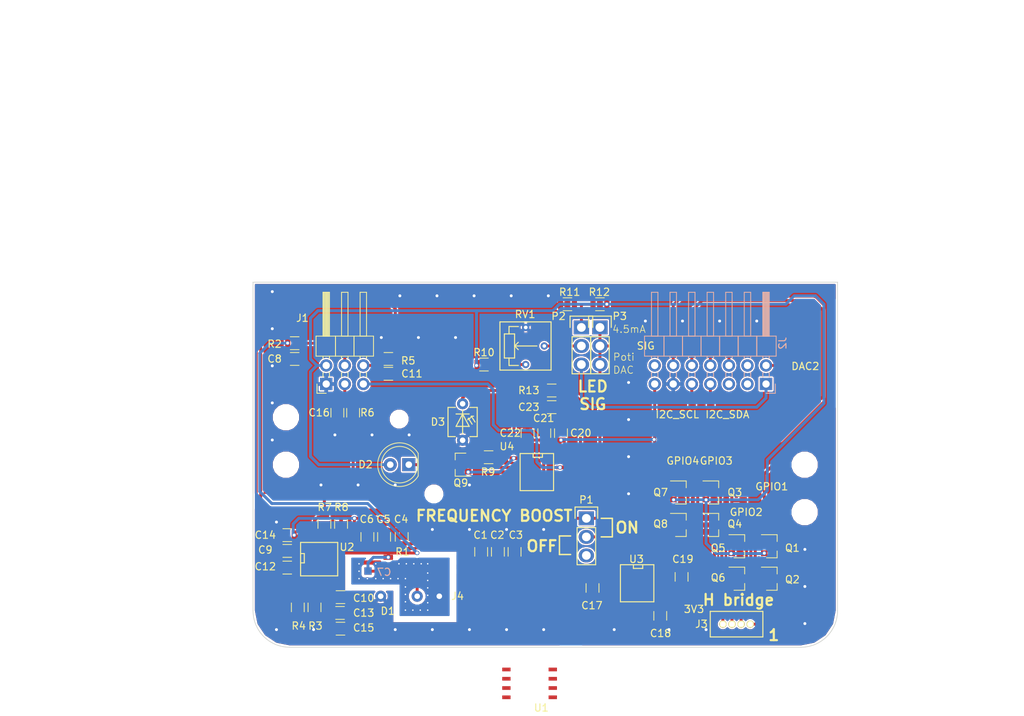
<source format=kicad_pcb>
(kicad_pcb (version 4) (host pcbnew 4.0.6-e0-6349~52~ubuntu17.04.1)
  (layers (0 F.Cu signal) (31 B.Cu signal) (34 B.Paste user) (35 F.Paste user) (36 B.SilkS user) (37 F.SilkS user) (38 B.Mask user) (39 F.Mask user) (44 Edge.Cuts user))
  (net 0 "")
  (net 1 /highCurrentPart/-3.3V)
  (net 2 GND)
  (net 3 +3V3)
  (net 4 "Net-(C7-Pad1)")
  (net 5 "Net-(C7-Pad2)")
  (net 6 /interface/ADC1)
  (net 7 /interface/ADC2)
  (net 8 /interface/ADC3)
  (net 9 "Net-(C17-Pad1)")
  (net 10 "Net-(C17-Pad2)")
  (net 11 +5V)
  (net 12 "Net-(C23-Pad1)")
  (net 13 /interface/ADC4)
  (net 14 COIL_4)
  (net 15 COIL_3)
  (net 16 COIL_1)
  (net 17 COIL_2)
  (net 18 "Net-(P2-Pad1)")
  (net 19 "Net-(P2-Pad2)")
  (net 20 Signal)
  (net 21 /interface/GPIO1)
  (net 22 /interface/GPIO3)
  (net 23 /interface/GPIO2)
  (net 24 /interface/GPIO4)
  (net 25 "Net-(Q9-Pad1)")
  (net 26 "Net-(Q9-Pad2)")
  (net 27 "Net-(D2-Pad1)")
  (net 28 "Net-(R3-Pad1)")
  (net 29 "Net-(R4-Pad2)")
  (net 30 "Net-(R6-Pad1)")
  (net 31 "Net-(R7-Pad1)")
  (net 32 "Net-(R10-Pad2)")
  (net 33 GNDA)
  (net 34 /interface/DAC1)
  (net 35 /interface/DAC2)
  (net 36 /interface/I2C_SCL)
  (net 37 /interface/I2C_SDA)
  (net 38 "Net-(P1-Pad2)")
  (module Vias:Stitchging-Via-0.4-0.7 (layer F.Cu) (at 134.62 112.776)
    (fp_text reference REF** hide)
    (fp_text value Stitching-Via-0.4-0.7 hide)
    (pad ~ thru_hole circle (at 0 0) (size 0.7 0.7) (drill 0.4) (layers *.Cu) (net 2 GND))
  )
  (module Vias:Stitchging-Via-0.4-0.7 (layer F.Cu) (at 124.46 112.776)
    (fp_text reference REF** hide)
    (fp_text value Stitching-Via-0.4-0.7 hide)
    (pad ~ thru_hole circle (at 0 0) (size 0.7 0.7) (drill 0.4) (layers *.Cu) (net 2 GND))
  )
  (module Vias:Stitchging-Via-0.4-0.7 (layer F.Cu) (at 119.38 112.776)
    (fp_text reference REF** hide)
    (fp_text value Stitching-Via-0.4-0.7 hide)
    (pad ~ thru_hole circle (at 0 0) (size 0.7 0.7) (drill 0.4) (layers *.Cu) (net 2 GND))
  )
  (module Vias:Stitchging-Via-0.4-0.7 (layer F.Cu) (at 114.3 112.776)
    (fp_text reference REF** hide)
    (fp_text value Stitching-Via-0.4-0.7 hide)
    (pad ~ thru_hole circle (at 0 0) (size 0.7 0.7) (drill 0.4) (layers *.Cu) (net 2 GND))
  )
  (module Vias:Stitchging-Via-0.4-0.7 (layer F.Cu) (at 107.6325 86.2965 90)
    (fp_text reference REF** hide)
    (fp_text value Stitching-Via-0.4-0.7 hide)
    (pad ~ thru_hole circle (at 0 0 90) (size 0.7 0.7) (drill 0.4) (layers *.Cu) (net 2 GND))
  )
  (module Vias:Stitchging-Via-0.4-0.7 (layer F.Cu) (at 107.6325 96.4565 90)
    (fp_text reference REF** hide)
    (fp_text value Stitching-Via-0.4-0.7 hide)
    (pad ~ thru_hole circle (at 0 0 90) (size 0.7 0.7) (drill 0.4) (layers *.Cu) (net 2 GND))
  )
  (module Vias:Stitchging-Via-0.4-0.7 (layer F.Cu) (at 107.6325 91.3765 90)
    (fp_text reference REF** hide)
    (fp_text value Stitching-Via-0.4-0.7 hide)
    (pad ~ thru_hole circle (at 0 0 90) (size 0.7 0.7) (drill 0.4) (layers *.Cu) (net 2 GND))
  )
  (module Vias:Stitchging-Via-0.4-0.7 (layer F.Cu) (at 107.6325 101.5365 90)
    (fp_text reference REF** hide)
    (fp_text value Stitching-Via-0.4-0.7 hide)
    (pad ~ thru_hole circle (at 0 0 90) (size 0.7 0.7) (drill 0.4) (layers *.Cu) (net 2 GND))
  )
  (module Vias:Stitchging-Via-0.4-0.7 (layer F.Cu) (at 107.6325 106.6165 90)
    (fp_text reference REF** hide)
    (fp_text value Stitching-Via-0.4-0.7 hide)
    (pad ~ thru_hole circle (at 0 0 90) (size 0.7 0.7) (drill 0.4) (layers *.Cu) (net 2 GND))
  )
  (module Vias:Stitchging-Via-0.4-0.7 (layer F.Cu) (at 173.9392 90.3224)
    (fp_text reference REF** hide)
    (fp_text value Stitching-Via-0.4-0.7 hide)
    (pad ~ thru_hole circle (at 0 0) (size 0.7 0.7) (drill 0.4) (layers *.Cu) (net 2 GND))
  )
  (module Vias:Stitchging-Via-0.4-0.7 (layer F.Cu) (at 163.7792 90.3224)
    (fp_text reference REF** hide)
    (fp_text value Stitching-Via-0.4-0.7 hide)
    (pad ~ thru_hole circle (at 0 0) (size 0.7 0.7) (drill 0.4) (layers *.Cu) (net 2 GND))
  )
  (module Vias:Stitchging-Via-0.4-0.7 (layer F.Cu) (at 168.8592 90.3224)
    (fp_text reference REF** hide)
    (fp_text value Stitching-Via-0.4-0.7 hide)
    (pad ~ thru_hole circle (at 0 0) (size 0.7 0.7) (drill 0.4) (layers *.Cu) (net 2 GND))
  )
  (module Vias:Stitchging-Via-0.4-0.7 (layer F.Cu) (at 158.6992 90.3224)
    (fp_text reference REF** hide)
    (fp_text value Stitching-Via-0.4-0.7 hide)
    (pad ~ thru_hole circle (at 0 0) (size 0.7 0.7) (drill 0.4) (layers *.Cu) (net 2 GND))
  )
  (module Vias:Stitchging-Via-0.4-0.7 (layer F.Cu) (at 108.204 117.856)
    (fp_text reference REF** hide)
    (fp_text value Stitching-Via-0.4-0.7 hide)
    (pad ~ thru_hole circle (at 0 0) (size 0.7 0.7) (drill 0.4) (layers *.Cu) (net 2 GND))
  )
  (module Vias:Stitchging-Via-0.4-0.7 (layer F.Cu) (at 108.204 132.588)
    (fp_text reference REF** hide)
    (fp_text value Stitching-Via-0.4-0.7 hide)
    (pad ~ thru_hole circle (at 0 0) (size 0.7 0.7) (drill 0.4) (layers *.Cu) (net 2 GND))
  )
  (module Vias:Stitchging-Via-0.4-0.7 (layer F.Cu) (at 113.284 132.588)
    (fp_text reference REF** hide)
    (fp_text value Stitching-Via-0.4-0.7 hide)
    (pad ~ thru_hole circle (at 0 0) (size 0.7 0.7) (drill 0.4) (layers *.Cu) (net 2 GND))
  )
  (module Vias:Stitchging-Via-0.4-0.7 (layer F.Cu) (at 154.432 132.588)
    (fp_text reference REF** hide)
    (fp_text value Stitching-Via-0.4-0.7 hide)
    (pad ~ thru_hole circle (at 0 0) (size 0.7 0.7) (drill 0.4) (layers *.Cu) (net 2 GND))
  )
  (module Vias:Stitchging-Via-0.4-0.7 (layer F.Cu) (at 161.925 132.588)
    (fp_text reference REF** hide)
    (fp_text value Stitching-Via-0.4-0.7 hide)
    (pad ~ thru_hole circle (at 0 0) (size 0.7 0.7) (drill 0.4) (layers *.Cu) (net 2 GND))
  )
  (module Vias:Stitchging-Via-0.4-0.7 (layer F.Cu) (at 167.005 132.588)
    (fp_text reference REF** hide)
    (fp_text value Stitching-Via-0.4-0.7 hide)
    (pad ~ thru_hole circle (at 0 0) (size 0.7 0.7) (drill 0.4) (layers *.Cu) (net 2 GND))
  )
  (module Vias:Stitchging-Via-0.4-0.7 (layer F.Cu) (at 126.365 105.918)
    (fp_text reference REF** hide)
    (fp_text value Stitching-Via-0.4-0.7 hide)
    (pad ~ thru_hole circle (at 0 0) (size 0.7 0.7) (drill 0.4) (layers *.Cu) (net 2 GND))
  )
  (module Vias:Stitchging-Via-0.4-0.7 (layer F.Cu) (at 116.205 105.918)
    (fp_text reference REF** hide)
    (fp_text value Stitching-Via-0.4-0.7 hide)
    (pad ~ thru_hole circle (at 0 0) (size 0.7 0.7) (drill 0.4) (layers *.Cu) (net 2 GND))
  )
  (module Vias:Stitchging-Via-0.4-0.7 (layer F.Cu) (at 121.285 105.918)
    (fp_text reference REF** hide)
    (fp_text value Stitching-Via-0.4-0.7 hide)
    (pad ~ thru_hole circle (at 0 0) (size 0.7 0.7) (drill 0.4) (layers *.Cu) (net 2 GND))
  )
  (module Vias:Stitchging-Via-0.4-0.7 (layer F.Cu) (at 132.715 92.583)
    (fp_text reference REF** hide)
    (fp_text value Stitching-Via-0.4-0.7 hide)
    (pad ~ thru_hole circle (at 0 0) (size 0.7 0.7) (drill 0.4) (layers *.Cu) (net 2 GND))
  )
  (module Vias:Stitchging-Via-0.4-0.7 (layer F.Cu) (at 122.555 92.583)
    (fp_text reference REF** hide)
    (fp_text value Stitching-Via-0.4-0.7 hide)
    (pad ~ thru_hole circle (at 0 0) (size 0.7 0.7) (drill 0.4) (layers *.Cu) (net 2 GND))
  )
  (module Vias:Stitchging-Via-0.4-0.7 (layer F.Cu) (at 127.635 92.583)
    (fp_text reference REF** hide)
    (fp_text value Stitching-Via-0.4-0.7 hide)
    (pad ~ thru_hole circle (at 0 0) (size 0.7 0.7) (drill 0.4) (layers *.Cu) (net 2 GND))
  )
  (module Vias:Stitchging-Via-0.4-0.7 (layer F.Cu) (at 145.415 86.868)
    (fp_text reference REF** hide)
    (fp_text value Stitching-Via-0.4-0.7 hide)
    (pad ~ thru_hole circle (at 0 0) (size 0.7 0.7) (drill 0.4) (layers *.Cu) (net 2 GND))
  )
  (module Vias:Stitchging-Via-0.4-0.7 (layer F.Cu) (at 135.255 86.868)
    (fp_text reference REF** hide)
    (fp_text value Stitching-Via-0.4-0.7 hide)
    (pad ~ thru_hole circle (at 0 0) (size 0.7 0.7) (drill 0.4) (layers *.Cu) (net 2 GND))
  )
  (module Vias:Stitchging-Via-0.4-0.7 (layer F.Cu) (at 140.335 86.868)
    (fp_text reference REF** hide)
    (fp_text value Stitching-Via-0.4-0.7 hide)
    (pad ~ thru_hole circle (at 0 0) (size 0.7 0.7) (drill 0.4) (layers *.Cu) (net 2 GND))
  )
  (module Vias:Stitchging-Via-0.4-0.7 (layer F.Cu) (at 130.175 86.868)
    (fp_text reference REF** hide)
    (fp_text value Stitching-Via-0.4-0.7 hide)
    (pad ~ thru_hole circle (at 0 0) (size 0.7 0.7) (drill 0.4) (layers *.Cu) (net 2 GND))
  )
  (module Vias:Stitchging-Via-0.4-0.7 (layer F.Cu) (at 125.095 86.868)
    (fp_text reference REF** hide)
    (fp_text value Stitching-Via-0.4-0.7 hide)
    (pad ~ thru_hole circle (at 0 0) (size 0.7 0.7) (drill 0.4) (layers *.Cu) (net 2 GND))
  )
  (module Vias:Stitchging-Via-0.4-0.7 (layer F.Cu) (at 180.5305 121.6025 90)
    (fp_text reference REF** hide)
    (fp_text value Stitching-Via-0.4-0.7 hide)
    (pad ~ thru_hole circle (at 0 0 90) (size 0.7 0.7) (drill 0.4) (layers *.Cu) (net 2 GND))
  )
  (module Vias:Stitchging-Via-0.4-0.7 (layer F.Cu) (at 180.5305 131.7625 90)
    (fp_text reference REF** hide)
    (fp_text value Stitching-Via-0.4-0.7 hide)
    (pad ~ thru_hole circle (at 0 0 90) (size 0.7 0.7) (drill 0.4) (layers *.Cu) (net 2 GND))
  )
  (module Vias:Stitchging-Via-0.4-0.7 (layer F.Cu) (at 180.5305 126.6825 90)
    (fp_text reference REF** hide)
    (fp_text value Stitching-Via-0.4-0.7 hide)
    (pad ~ thru_hole circle (at 0 0 90) (size 0.7 0.7) (drill 0.4) (layers *.Cu) (net 2 GND))
  )
  (module Vias:Stitchging-Via-0.4-0.7 (layer F.Cu) (at 156.4005 98.7425 90)
    (fp_text reference REF** hide)
    (fp_text value Stitching-Via-0.4-0.7 hide)
    (pad ~ thru_hole circle (at 0 0 90) (size 0.7 0.7) (drill 0.4) (layers *.Cu) (net 2 GND))
  )
  (module Vias:Stitchging-Via-0.4-0.7 (layer F.Cu) (at 156.4005 108.9025 90)
    (fp_text reference REF** hide)
    (fp_text value Stitching-Via-0.4-0.7 hide)
    (pad ~ thru_hole circle (at 0 0 90) (size 0.7 0.7) (drill 0.4) (layers *.Cu) (net 2 GND))
  )
  (module Vias:Stitchging-Via-0.4-0.7 (layer F.Cu) (at 156.4005 103.8225 90)
    (fp_text reference REF** hide)
    (fp_text value Stitching-Via-0.4-0.7 hide)
    (pad ~ thru_hole circle (at 0 0 90) (size 0.7 0.7) (drill 0.4) (layers *.Cu) (net 2 GND))
  )
  (module Vias:Stitchging-Via-0.4-0.7 (layer F.Cu) (at 156.4005 113.9825 90)
    (fp_text reference REF** hide)
    (fp_text value Stitching-Via-0.4-0.7 hide)
    (pad ~ thru_hole circle (at 0 0 90) (size 0.7 0.7) (drill 0.4) (layers *.Cu) (net 2 GND))
  )
  (module Vias:Stitchging-Via-0.4-0.7 (layer F.Cu) (at 129.54 118.872)
    (fp_text reference REF** hide)
    (fp_text value Stitching-Via-0.4-0.7 hide)
    (pad ~ thru_hole circle (at 0 0) (size 0.7 0.7) (drill 0.4) (layers *.Cu) (net 2 GND))
  )
  (module Vias:Stitchging-Via-0.4-0.7 (layer F.Cu) (at 144.78 118.872)
    (fp_text reference REF** hide)
    (fp_text value Stitching-Via-0.4-0.7 hide)
    (pad ~ thru_hole circle (at 0 0) (size 0.7 0.7) (drill 0.4) (layers *.Cu) (net 2 GND))
  )
  (module Vias:Stitchging-Via-0.4-0.7 (layer F.Cu) (at 134.62 118.872)
    (fp_text reference REF** hide)
    (fp_text value Stitching-Via-0.4-0.7 hide)
    (pad ~ thru_hole circle (at 0 0) (size 0.7 0.7) (drill 0.4) (layers *.Cu) (net 2 GND))
  )
  (module Vias:Stitchging-Via-0.4-0.7 (layer F.Cu) (at 139.7 118.872)
    (fp_text reference REF** hide)
    (fp_text value Stitching-Via-0.4-0.7 hide)
    (pad ~ thru_hole circle (at 0 0) (size 0.7 0.7) (drill 0.4) (layers *.Cu) (net 2 GND))
  )
  (module Vias:Stitchging-Via-0.4-0.7 (layer F.Cu) (at 124.46 132.588)
    (fp_text reference REF** hide)
    (fp_text value Stitching-Via-0.4-0.7 hide)
    (pad ~ thru_hole circle (at 0 0) (size 0.7 0.7) (drill 0.4) (layers *.Cu) (net 2 GND))
  )
  (module Vias:Stitchging-Via-0.4-0.7 (layer F.Cu) (at 129.54 132.588)
    (fp_text reference REF** hide)
    (fp_text value Stitching-Via-0.4-0.7 hide)
    (pad ~ thru_hole circle (at 0 0) (size 0.7 0.7) (drill 0.4) (layers *.Cu) (net 2 GND))
  )
  (module Vias:Stitchging-Via-0.4-0.7 (layer F.Cu) (at 139.7 132.588)
    (fp_text reference REF** hide)
    (fp_text value Stitching-Via-0.4-0.7 hide)
    (pad ~ thru_hole circle (at 0 0) (size 0.7 0.7) (drill 0.4) (layers *.Cu) (net 2 GND))
  )
  (module Vias:Stitchging-Via-0.4-0.7 (layer F.Cu) (at 134.62 132.588)
    (fp_text reference REF** hide)
    (fp_text value Stitching-Via-0.4-0.7 hide)
    (pad ~ thru_hole circle (at 0 0) (size 0.7 0.7) (drill 0.4) (layers *.Cu) (net 2 GND))
  )
  (module Mounting_Holes:MountingHole_3.2mm_M3_DIN965 (layer F.Cu) (at 109.5 103.5)
    (fp_text reference REF** hide)
    (fp_text value MountingHole_3.2mm_M3_DIN965)
    (pad 1 np_thru_hole circle (at 0 0) (size 3.2 3.2) (drill 3.2) (layers *.Cu *.Mask))
  )
  (module Mounting_Holes:MountingHole_3.2mm_M3_DIN965 (layer F.Cu) (at 180.5 116.5)
    (fp_text reference REF** hide)
    (fp_text value MountingHole_3.2mm_M3_DIN965)
    (pad 1 np_thru_hole circle (at 0 0) (size 3.2 3.2) (drill 3.2) (layers *.Cu *.Mask))
  )
  (module Vias:Stitchging-Via-0.2-0.4 (layer F.Cu) (at 128.905 129.921)
    (fp_text reference REF** hide)
    (fp_text value Stitching-Via-0.2-0.4 hide)
    (pad ~ thru_hole circle (at 0 0) (size 0.4 0.4) (drill 0.2) (layers *.Cu) (net 33 GNDA))
  )
  (module Mounting_Holes:MountingHole_3.2mm_M3_DIN965 (layer F.Cu) (at 109.5 110)
    (fp_text reference REF** hide)
    (fp_text value MountingHole_3.2mm_M3_DIN965)
    (pad 1 np_thru_hole circle (at 0 0) (size 3.2 3.2) (drill 3.2) (layers *.Cu *.Mask))
  )
  (module Resistors_SMD:R_0805 (layer F.Cu) (at 142.574 105.678 90)
    (fp_text reference C22 (at 0.014 -2.366 180) (layer F.SilkS))
    (fp_text value 10n)
    (pad 1 smd rect (at -0.95 0 90) (size 0.7 1.3) (layers F.Cu F.Paste F.Mask) (net 3 +3V3))
    (pad 2 smd rect (at 0.95 0 90) (size 0.7 1.3) (layers F.Cu F.Paste F.Mask) (net 2 GND))
  )
  (module Vias:Stitchging-Via-0.2-0.4 (layer F.Cu) (at 121.793 123.571)
    (fp_text reference REF** hide)
    (fp_text value Stitching-Via-0.2-0.4 hide)
    (pad ~ thru_hole circle (at 0 0) (size 0.4 0.4) (drill 0.2) (layers *.Cu) (net 33 GNDA))
  )
  (module Vias:Stitchging-Via-0.2-0.4 (layer F.Cu) (at 124.968 123.571)
    (fp_text reference REF** hide)
    (fp_text value Stitching-Via-0.2-0.4 hide)
    (pad ~ thru_hole circle (at 0 0) (size 0.4 0.4) (drill 0.2) (layers *.Cu) (net 33 GNDA))
  )
  (module Vias:Stitchging-Via-0.2-0.4 (layer F.Cu) (at 125.984 123.571)
    (fp_text reference REF** hide)
    (fp_text value Stitching-Via-0.2-0.4 hide)
    (pad ~ thru_hole circle (at 0 0) (size 0.4 0.4) (drill 0.2) (layers *.Cu) (net 33 GNDA))
  )
  (module Vias:Stitchging-Via-0.2-0.4 (layer F.Cu) (at 127 123.571)
    (fp_text reference REF** hide)
    (fp_text value Stitching-Via-0.2-0.4 hide)
    (pad ~ thru_hole circle (at 0 0) (size 0.4 0.4) (drill 0.2) (layers *.Cu) (net 33 GNDA))
  )
  (module Vias:Stitchging-Via-0.2-0.4 (layer F.Cu) (at 128.016 123.571)
    (fp_text reference REF** hide)
    (fp_text value Stitching-Via-0.2-0.4 hide)
    (pad ~ thru_hole circle (at 0 0) (size 0.4 0.4) (drill 0.2) (layers *.Cu) (net 33 GNDA))
  )
  (module Vias:Stitchging-Via-0.2-0.4 (layer F.Cu) (at 128.905 123.571)
    (fp_text reference REF** hide)
    (fp_text value Stitching-Via-0.2-0.4 hide)
    (pad ~ thru_hole circle (at 0 0) (size 0.4 0.4) (drill 0.2) (layers *.Cu) (net 33 GNDA))
  )
  (module Vias:Stitchging-Via-0.2-0.4 (layer F.Cu) (at 128.905 124.841)
    (fp_text reference REF** hide)
    (fp_text value Stitching-Via-0.2-0.4 hide)
    (pad ~ thru_hole circle (at 0 0) (size 0.4 0.4) (drill 0.2) (layers *.Cu) (net 33 GNDA))
  )
  (module Vias:Stitchging-Via-0.2-0.4 (layer F.Cu) (at 128.905 125.857)
    (fp_text reference REF** hide)
    (fp_text value Stitching-Via-0.2-0.4 hide)
    (pad ~ thru_hole circle (at 0 0) (size 0.4 0.4) (drill 0.2) (layers *.Cu) (net 33 GNDA))
  )
  (module Vias:Stitchging-Via-0.2-0.4 (layer F.Cu) (at 128.905 126.873)
    (fp_text reference REF** hide)
    (fp_text value Stitching-Via-0.2-0.4 hide)
    (pad ~ thru_hole circle (at 0 0) (size 0.4 0.4) (drill 0.2) (layers *.Cu) (net 33 GNDA))
  )
  (module Vias:Stitchging-Via-0.2-0.4 (layer F.Cu) (at 128.905 127.889)
    (fp_text reference REF** hide)
    (fp_text value Stitching-Via-0.2-0.4 hide)
    (pad ~ thru_hole circle (at 0 0) (size 0.4 0.4) (drill 0.2) (layers *.Cu) (net 33 GNDA))
  )
  (module Vias:Stitchging-Via-0.2-0.4 (layer F.Cu) (at 128.905 128.905)
    (fp_text reference REF** hide)
    (fp_text value Stitching-Via-0.2-0.4 hide)
    (pad ~ thru_hole circle (at 0 0) (size 0.4 0.4) (drill 0.2) (layers *.Cu) (net 33 GNDA))
  )
  (module Vias:Stitchging-Via-0.2-0.4 (layer F.Cu) (at 119.507 123.571)
    (fp_text reference REF** hide)
    (fp_text value Stitching-Via-0.2-0.4 hide)
    (pad ~ thru_hole circle (at 0 0) (size 0.4 0.4) (drill 0.2) (layers *.Cu) (net 33 GNDA))
  )
  (module Vias:Stitchging-Via-0.2-0.4 (layer F.Cu) (at 119.507 124.587)
    (fp_text reference REF** hide)
    (fp_text value Stitching-Via-0.2-0.4 hide)
    (pad ~ thru_hole circle (at 0 0) (size 0.4 0.4) (drill 0.2) (layers *.Cu) (net 33 GNDA))
  )
  (module Vias:Stitchging-Via-0.2-0.4 (layer F.Cu) (at 119.507 125.603)
    (fp_text reference REF** hide)
    (fp_text value Stitching-Via-0.2-0.4 hide)
    (pad ~ thru_hole circle (at 0 0) (size 0.4 0.4) (drill 0.2) (layers *.Cu) (net 33 GNDA))
  )
  (module Vias:Stitchging-Via-0.2-0.4 (layer F.Cu) (at 120.65 125.603)
    (fp_text reference REF** hide)
    (fp_text value Stitching-Via-0.2-0.4 hide)
    (pad ~ thru_hole circle (at 0 0) (size 0.4 0.4) (drill 0.2) (layers *.Cu) (net 33 GNDA))
  )
  (module Vias:Stitchging-Via-0.2-0.4 (layer F.Cu) (at 121.793 125.603)
    (fp_text reference REF** hide)
    (fp_text value Stitching-Via-0.2-0.4 hide)
    (pad ~ thru_hole circle (at 0 0) (size 0.4 0.4) (drill 0.2) (layers *.Cu) (net 33 GNDA))
  )
  (module Vias:Stitchging-Via-0.2-0.4 (layer F.Cu) (at 122.809 125.603)
    (fp_text reference REF** hide)
    (fp_text value Stitching-Via-0.2-0.4 hide)
    (pad ~ thru_hole circle (at 0 0) (size 0.4 0.4) (drill 0.2) (layers *.Cu) (net 33 GNDA))
  )
  (module Vias:Stitchging-Via-0.2-0.4 (layer F.Cu) (at 123.825 125.603)
    (fp_text reference REF** hide)
    (fp_text value Stitching-Via-0.2-0.4 hide)
    (pad ~ thru_hole circle (at 0 0) (size 0.4 0.4) (drill 0.2) (layers *.Cu) (net 33 GNDA))
  )
  (module Vias:Stitchging-Via-0.2-0.4 (layer F.Cu) (at 124.841 125.603)
    (fp_text reference REF** hide)
    (fp_text value Stitching-Via-0.2-0.4 hide)
    (pad ~ thru_hole circle (at 0 0) (size 0.4 0.4) (drill 0.2) (layers *.Cu) (net 33 GNDA))
  )
  (module Vias:Stitchging-Via-0.2-0.4 (layer F.Cu) (at 125.857 125.603)
    (fp_text reference REF** hide)
    (fp_text value Stitching-Via-0.2-0.4 hide)
    (pad ~ thru_hole circle (at 0 0) (size 0.4 0.4) (drill 0.2) (layers *.Cu) (net 33 GNDA))
  )
  (module Vias:Stitchging-Via-0.2-0.4 (layer F.Cu) (at 125.857 126.746)
    (fp_text reference REF** hide)
    (fp_text value Stitching-Via-0.2-0.4 hide)
    (pad ~ thru_hole circle (at 0 0) (size 0.4 0.4) (drill 0.2) (layers *.Cu) (net 33 GNDA))
  )
  (module Vias:Stitchging-Via-0.2-0.4 (layer F.Cu) (at 127.889 129.921)
    (fp_text reference REF** hide)
    (fp_text value Stitching-Via-0.2-0.4 hide)
    (pad ~ thru_hole circle (at 0 0) (size 0.4 0.4) (drill 0.2) (layers *.Cu) (net 33 GNDA))
  )
  (module Vias:Stitchging-Via-0.2-0.4 (layer F.Cu) (at 126.873 129.921)
    (fp_text reference REF** hide)
    (fp_text value Stitching-Via-0.2-0.4 hide)
    (pad ~ thru_hole circle (at 0 0) (size 0.4 0.4) (drill 0.2) (layers *.Cu) (net 33 GNDA))
  )
  (module Vias:Stitchging-Via-0.2-0.4 (layer F.Cu) (at 125.857 129.921)
    (fp_text reference REF** hide)
    (fp_text value Stitching-Via-0.2-0.4 hide)
    (pad ~ thru_hole circle (at 0 0) (size 0.4 0.4) (drill 0.2) (layers *.Cu) (net 33 GNDA))
  )
  (module Vias:Stitchging-Via-0.2-0.4 (layer F.Cu) (at 125.857 128.778)
    (fp_text reference REF** hide)
    (fp_text value Stitching-Via-0.2-0.4 hide)
    (pad ~ thru_hole circle (at 0 0) (size 0.4 0.4) (drill 0.2) (layers *.Cu) (net 33 GNDA))
  )
  (module Vias:Stitchging-Via-0.2-0.4 (layer F.Cu) (at 125.857 127.762)
    (fp_text reference REF** hide)
    (fp_text value Stitching-Via-0.2-0.4 hide)
    (pad ~ thru_hole circle (at 0 0) (size 0.4 0.4) (drill 0.2) (layers *.Cu) (net 33 GNDA))
  )
  (module Resistors_SMD:R_0805 (layer F.Cu) (at 136.224 121.934 270)
    (fp_text reference C1 (at -2.3 0.08 360) (layer F.SilkS))
    (fp_text value 10n)
    (pad 1 smd rect (at -0.95 0 270) (size 0.7 1.3) (layers F.Cu F.Paste F.Mask) (net 1 /highCurrentPart/-3.3V))
    (pad 2 smd rect (at 0.95 0 270) (size 0.7 1.3) (layers F.Cu F.Paste F.Mask) (net 2 GND))
  )
  (module Resistors_SMD:R_0805 (layer F.Cu) (at 138.51 121.934 270)
    (fp_text reference C2 (at -2.3 0.08 360) (layer F.SilkS))
    (fp_text value 100n)
    (pad 1 smd rect (at -0.95 0 270) (size 0.7 1.3) (layers F.Cu F.Paste F.Mask) (net 1 /highCurrentPart/-3.3V))
    (pad 2 smd rect (at 0.95 0 270) (size 0.7 1.3) (layers F.Cu F.Paste F.Mask) (net 2 GND))
  )
  (module Resistors_SMD:R_0805 (layer F.Cu) (at 140.796 121.934 270)
    (fp_text reference C3 (at -2.3 -0.174 360) (layer F.SilkS))
    (fp_text value 1u)
    (pad 1 smd rect (at -0.95 0 270) (size 0.7 1.3) (layers F.Cu F.Paste F.Mask) (net 1 /highCurrentPart/-3.3V))
    (pad 2 smd rect (at 0.95 0 270) (size 0.7 1.3) (layers F.Cu F.Paste F.Mask) (net 2 GND))
  )
  (module Resistors_SMD:R_0805 (layer F.Cu) (at 125.349 119.888 90)
    (fp_text reference C4 (at 2.427 -0.08 180) (layer F.SilkS))
    (fp_text value 1u)
    (pad 1 smd rect (at -0.95 0 90) (size 0.7 1.3) (layers F.Cu F.Paste F.Mask) (net 3 +3V3))
    (pad 2 smd rect (at 0.95 0 90) (size 0.7 1.3) (layers F.Cu F.Paste F.Mask) (net 2 GND))
  )
  (module Resistors_SMD:R_0805 (layer F.Cu) (at 122.936 119.888 90)
    (fp_text reference C5 (at 2.427 -0.08 180) (layer F.SilkS))
    (fp_text value 100n)
    (pad 1 smd rect (at -0.95 0 90) (size 0.7 1.3) (layers F.Cu F.Paste F.Mask) (net 3 +3V3))
    (pad 2 smd rect (at 0.95 0 90) (size 0.7 1.3) (layers F.Cu F.Paste F.Mask) (net 2 GND))
  )
  (module Resistors_SMD:R_0805 (layer F.Cu) (at 120.65 119.888 90)
    (fp_text reference C6 (at 2.427 -0.08 180) (layer F.SilkS))
    (fp_text value 10n)
    (pad 1 smd rect (at -0.95 0 90) (size 0.7 1.3) (layers F.Cu F.Paste F.Mask) (net 3 +3V3))
    (pad 2 smd rect (at 0.95 0 90) (size 0.7 1.3) (layers F.Cu F.Paste F.Mask) (net 2 GND))
  )
  (module "Embedded Caps:EMBEDDED_CAP_1mm" (layer B.Cu) (at 120.73 124.5695)
    (fp_text reference C7 (at 2.206 0.1445) (layer B.SilkS) (effects (justify mirror)))
    (fp_text value 26f)
    (pad 1 smd rect (at 0 0) (size 1 1) (layers B.Cu B.Paste B.Mask) (net 4 "Net-(C7-Pad1)"))
    (pad 2 smd rect (at 0 0) (size 1 1) (layers F.Cu B.Paste B.Mask) (net 5 "Net-(C7-Pad2)"))
  )
  (module Resistors_SMD:R_0805 (layer F.Cu) (at 110.697 95.518)
    (fp_text reference C8 (at -2.747 -0.014) (layer F.SilkS))
    (fp_text value 100n)
    (pad 1 smd rect (at -0.95 0) (size 0.7 1.3) (layers F.Cu F.Paste F.Mask) (net 2 GND))
    (pad 2 smd rect (at 0.95 0) (size 0.7 1.3) (layers F.Cu F.Paste F.Mask) (net 6 /interface/ADC1))
  )
  (module Resistors_SMD:R_0805 (layer F.Cu) (at 109.681 121.807 180)
    (fp_text reference C9 (at 3.001 0.141 180) (layer F.SilkS))
    (fp_text value 10n)
    (pad 1 smd rect (at -0.95 0 180) (size 0.7 1.3) (layers F.Cu F.Paste F.Mask) (net 3 +3V3))
    (pad 2 smd rect (at 0.95 0 180) (size 0.7 1.3) (layers F.Cu F.Paste F.Mask) (net 2 GND))
  )
  (module Resistors_SMD:R_0805 (layer F.Cu) (at 116.967 128.143)
    (fp_text reference C10 (at 3.175 0.127) (layer F.SilkS))
    (fp_text value 10n)
    (pad 1 smd rect (at -0.95 0) (size 0.7 1.3) (layers F.Cu F.Paste F.Mask) (net 1 /highCurrentPart/-3.3V))
    (pad 2 smd rect (at 0.95 0) (size 0.7 1.3) (layers F.Cu F.Paste F.Mask) (net 2 GND))
  )
  (module Resistors_SMD:R_0805 (layer F.Cu) (at 123.524 97.55 180)
    (fp_text reference C11 (at -3.222 0.014 180) (layer F.SilkS))
    (fp_text value 100n)
    (pad 1 smd rect (at -0.95 0 180) (size 0.7 1.3) (layers F.Cu F.Paste F.Mask) (net 2 GND))
    (pad 2 smd rect (at 0.95 0 180) (size 0.7 1.3) (layers F.Cu F.Paste F.Mask) (net 7 /interface/ADC2))
  )
  (module Resistors_SMD:R_0805 (layer F.Cu) (at 109.681 124.093 180)
    (fp_text reference C12 (at 3.001 0.141 180) (layer F.SilkS))
    (fp_text value 100n)
    (pad 1 smd rect (at -0.95 0 180) (size 0.7 1.3) (layers F.Cu F.Paste F.Mask) (net 3 +3V3))
    (pad 2 smd rect (at 0.95 0 180) (size 0.7 1.3) (layers F.Cu F.Paste F.Mask) (net 2 GND))
  )
  (module Resistors_SMD:R_0805 (layer F.Cu) (at 116.9035 130.302)
    (fp_text reference C13 (at 3.2385 0) (layer F.SilkS))
    (fp_text value 100n)
    (pad 1 smd rect (at -0.95 0) (size 0.7 1.3) (layers F.Cu F.Paste F.Mask) (net 1 /highCurrentPart/-3.3V))
    (pad 2 smd rect (at 0.95 0) (size 0.7 1.3) (layers F.Cu F.Paste F.Mask) (net 2 GND))
  )
  (module Resistors_SMD:R_0805 (layer F.Cu) (at 109.681 119.648 180)
    (fp_text reference C14 (at 3.001 0.014 180) (layer F.SilkS))
    (fp_text value 1u)
    (pad 1 smd rect (at -0.95 0 180) (size 0.7 1.3) (layers F.Cu F.Paste F.Mask) (net 3 +3V3))
    (pad 2 smd rect (at 0.95 0 180) (size 0.7 1.3) (layers F.Cu F.Paste F.Mask) (net 2 GND))
  )
  (module Resistors_SMD:R_0805 (layer F.Cu) (at 116.967 132.461)
    (fp_text reference C15 (at 3.175 -0.127) (layer F.SilkS))
    (fp_text value 1u)
    (pad 1 smd rect (at -0.95 0) (size 0.7 1.3) (layers F.Cu F.Paste F.Mask) (net 1 /highCurrentPart/-3.3V))
    (pad 2 smd rect (at 0.95 0) (size 0.7 1.3) (layers F.Cu F.Paste F.Mask) (net 2 GND))
  )
  (module Resistors_SMD:R_0805 (layer F.Cu) (at 116.539 102.884 90)
    (fp_text reference C16 (at 0.014 -2.493 180) (layer F.SilkS))
    (fp_text value 100n)
    (pad 1 smd rect (at -0.95 0 90) (size 0.7 1.3) (layers F.Cu F.Paste F.Mask) (net 2 GND))
    (pad 2 smd rect (at 0.95 0 90) (size 0.7 1.3) (layers F.Cu F.Paste F.Mask) (net 8 /interface/ADC3))
  )
  (module Resistors_SMD:R_0805 (layer F.Cu) (at 151.464 126.887 270)
    (fp_text reference C17 (at 2.399 0.08 360) (layer F.SilkS))
    (fp_text value 10u)
    (pad 1 smd rect (at -0.95 0 270) (size 0.7 1.3) (layers F.Cu F.Paste F.Mask) (net 9 "Net-(C17-Pad1)"))
    (pad 2 smd rect (at 0.95 0 270) (size 0.7 1.3) (layers F.Cu F.Paste F.Mask) (net 10 "Net-(C17-Pad2)"))
  )
  (module Resistors_SMD:R_0805 (layer F.Cu) (at 160.735 130.697 270)
    (fp_text reference C18 (at 2.399 -0.047 360) (layer F.SilkS))
    (fp_text value 10u)
    (pad 1 smd rect (at -0.95 0 270) (size 0.7 1.3) (layers F.Cu F.Paste F.Mask) (net 1 /highCurrentPart/-3.3V))
    (pad 2 smd rect (at 0.95 0 270) (size 0.7 1.3) (layers F.Cu F.Paste F.Mask) (net 2 GND))
  )
  (module Resistors_SMD:R_0805 (layer F.Cu) (at 163.656 125.363 270)
    (fp_text reference C19 (at -2.427 -0.174 360) (layer F.SilkS))
    (fp_text value 1u)
    (pad 1 smd rect (at -0.95 0 270) (size 0.7 1.3) (layers F.Cu F.Paste F.Mask) (net 3 +3V3))
    (pad 2 smd rect (at 0.95 0 270) (size 0.7 1.3) (layers F.Cu F.Paste F.Mask) (net 2 GND))
  )
  (module Resistors_SMD:R_0805 (layer F.Cu) (at 147.146 105.678 90)
    (fp_text reference C20 (at 0.014 2.714 180) (layer F.SilkS))
    (fp_text value 1u)
    (pad 1 smd rect (at -0.95 0 90) (size 0.7 1.3) (layers F.Cu F.Paste F.Mask) (net 3 +3V3))
    (pad 2 smd rect (at 0.95 0 90) (size 0.7 1.3) (layers F.Cu F.Paste F.Mask) (net 2 GND))
  )
  (module Resistors_SMD:R_0805 (layer F.Cu) (at 144.86 105.678 90)
    (fp_text reference C21 (at 2.046 -0.08 180) (layer F.SilkS))
    (fp_text value 100n)
    (pad 1 smd rect (at -0.95 0 90) (size 0.7 1.3) (layers F.Cu F.Paste F.Mask) (net 3 +3V3))
    (pad 2 smd rect (at 0.95 0 90) (size 0.7 1.3) (layers F.Cu F.Paste F.Mask) (net 2 GND))
  )
  (module Resistors_SMD:R_0805 (layer F.Cu) (at 145.876 102.122)
    (fp_text reference C23 (at -3.128 -0.014) (layer F.SilkS))
    (fp_text value 100n)
    (pad 1 smd rect (at -0.95 0) (size 0.7 1.3) (layers F.Cu F.Paste F.Mask) (net 12 "Net-(C23-Pad1)"))
    (pad 2 smd rect (at 0.95 0) (size 0.7 1.3) (layers F.Cu F.Paste F.Mask) (net 13 /interface/ADC4))
  )
  (module LEDs:LED_D5.0mm (layer F.Cu) (at 126.318 109.996 180)
    (fp_text reference D2 (at 5.922 0.014 180) (layer F.SilkS))
    (fp_text value LED)
    (pad 1 thru_hole rect (at 0 0 180) (size 1.8 1.8) (drill 0.9) (layers *.Cu *.Mask) (net 27 "Net-(D2-Pad1)"))
    (pad 2 thru_hole circle (at 2.54 0 180) (size 1.8 1.8) (drill 0.9) (layers *.Cu *.Mask) (net 11 +5V))
  )
  (module Photodiodes:BPW34FA (layer F.Cu) (at 133.684 104.154 270)
    (fp_text reference D3 (at -0.014 3.382 360) (layer F.SilkS))
    (fp_text value BPW34)
    (pad 1 thru_hole circle (at -2.5 0 270) (size 1.524 1.524) (drill 0.762) (layers *.Cu *.Mask) (net 12 "Net-(C23-Pad1)"))
    (pad 2 thru_hole circle (at 2.5 0 270) (size 1.524 1.524) (drill 0.762) (layers *.Cu *.Mask) (net 2 GND))
  )
  (module "China Connectors:LED_CONN_1.25_PITCH" (layer F.Cu) (at 173.054 131.84 270)
    (fp_text reference J3 (at -0.014 6.684 540) (layer F.SilkS))
    (fp_text value CONN_01X04)
    (pad 4 thru_hole circle (at 0 3.75 270) (size 1 1) (drill 0.7) (layers *.Cu *.Mask F.SilkS) (net 14 COIL_4))
    (pad 3 thru_hole circle (at 0 2.5 270) (size 1 1) (drill 0.7) (layers *.Cu *.Mask F.SilkS) (net 15 COIL_3))
    (pad 1 thru_hole circle (at 0 0 270) (size 1 1) (drill 0.7) (layers *.Cu *.Mask F.SilkS) (net 16 COIL_1))
    (pad 2 thru_hole circle (at 0 1.25 270) (size 1 1) (drill 0.7) (layers *.Cu *.Mask F.SilkS) (net 17 COIL_2))
  )
  (module "Samtec Connectors:Samtec-PHT-1-3-01-L-S" (layer F.Cu) (at 150.622 117.348)
    (fp_text reference P1 (at 0 -2.54) (layer F.SilkS))
    (fp_text value CONN_01X03)
    (pad 1 thru_hole rect (at 0 0) (size 2.1 1.9) (drill 1.2) (layers *.Cu *.Mask) (net 3 +3V3))
    (pad 2 thru_hole oval (at 0 2.54) (size 2.1 1.9) (drill 1.2) (layers *.Cu *.Mask) (net 38 "Net-(P1-Pad2)"))
    (pad 3 thru_hole oval (at 0 5.08) (size 2.1 1.9) (drill 1.2) (layers *.Cu *.Mask))
  )
  (module "Samtec Connectors:Samtec-PHT-1-3-01-L-S" (layer F.Cu) (at 149.94 91.2)
    (fp_text reference P2 (at -3.128 -1.538) (layer F.SilkS))
    (fp_text value CONN_01X03)
    (pad 1 thru_hole rect (at 0 0) (size 2.1 1.9) (drill 1.2) (layers *.Cu *.Mask) (net 18 "Net-(P2-Pad1)"))
    (pad 2 thru_hole oval (at 0 2.54) (size 2.1 1.9) (drill 1.2) (layers *.Cu *.Mask) (net 19 "Net-(P2-Pad2)"))
    (pad 3 thru_hole oval (at 0 5.08) (size 2.1 1.9) (drill 1.2) (layers *.Cu *.Mask) (net 34 /interface/DAC1))
  )
  (module "Samtec Connectors:Samtec-PHT-1-3-01-L-S" (layer F.Cu) (at 152.48 91.2)
    (fp_text reference P3 (at 2.714 -1.538) (layer F.SilkS))
    (fp_text value CONN_01X03)
    (pad 1 thru_hole rect (at 0 0) (size 2.1 1.9) (drill 1.2) (layers *.Cu *.Mask) (net 20 Signal))
    (pad 2 thru_hole oval (at 0 2.54) (size 2.1 1.9) (drill 1.2) (layers *.Cu *.Mask) (net 20 Signal))
    (pad 3 thru_hole oval (at 0 5.08) (size 2.1 1.9) (drill 1.2) (layers *.Cu *.Mask) (net 20 Signal))
  )
  (module TO_SOT_Packages_SMD:SOT-23 (layer F.Cu) (at 175.975 121.172)
    (fp_text reference Q1 (at 2.841 0.24) (layer F.SilkS))
    (fp_text value DMP2035U)
    (pad 1 smd rect (at -1 -0.95) (size 0.9 0.8) (layers F.Cu F.Paste F.Mask) (net 21 /interface/GPIO1))
    (pad 2 smd rect (at -1 0.95) (size 0.9 0.8) (layers F.Cu F.Paste F.Mask) (net 11 +5V))
    (pad 3 smd rect (at 1 0) (size 0.9 0.8) (layers F.Cu F.Paste F.Mask) (net 16 COIL_1))
  )
  (module TO_SOT_Packages_SMD:SOT-23 (layer F.Cu) (at 175.975 125.617)
    (fp_text reference Q2 (at 2.841 0.113) (layer F.SilkS))
    (fp_text value TSM2314)
    (pad 1 smd rect (at -1 -0.95) (size 0.9 0.8) (layers F.Cu F.Paste F.Mask) (net 21 /interface/GPIO1))
    (pad 2 smd rect (at -1 0.95) (size 0.9 0.8) (layers F.Cu F.Paste F.Mask) (net 2 GND))
    (pad 3 smd rect (at 1 0) (size 0.9 0.8) (layers F.Cu F.Paste F.Mask) (net 16 COIL_1))
  )
  (module TO_SOT_Packages_SMD:SOT-23 (layer F.Cu) (at 167.974 113.806)
    (fp_text reference Q3 (at 2.968 -0.014) (layer F.SilkS))
    (fp_text value DMP2035U)
    (pad 1 smd rect (at -1 -0.95) (size 0.9 0.8) (layers F.Cu F.Paste F.Mask) (net 22 /interface/GPIO3))
    (pad 2 smd rect (at -1 0.95) (size 0.9 0.8) (layers F.Cu F.Paste F.Mask) (net 11 +5V))
    (pad 3 smd rect (at 1 0) (size 0.9 0.8) (layers F.Cu F.Paste F.Mask) (net 15 COIL_3))
  )
  (module TO_SOT_Packages_SMD:SOT-23 (layer F.Cu) (at 167.974 118.251)
    (fp_text reference Q4 (at 2.968 -0.141) (layer F.SilkS))
    (fp_text value TSM2314)
    (pad 1 smd rect (at -1 -0.95) (size 0.9 0.8) (layers F.Cu F.Paste F.Mask) (net 22 /interface/GPIO3))
    (pad 2 smd rect (at -1 0.95) (size 0.9 0.8) (layers F.Cu F.Paste F.Mask) (net 2 GND))
    (pad 3 smd rect (at 1 0) (size 0.9 0.8) (layers F.Cu F.Paste F.Mask) (net 15 COIL_3))
  )
  (module TO_SOT_Packages_SMD:SOT-23 (layer F.Cu) (at 171.53 121.172)
    (fp_text reference Q5 (at -2.874 0.24) (layer F.SilkS))
    (fp_text value DMP2035U)
    (pad 1 smd rect (at -1 -0.95) (size 0.9 0.8) (layers F.Cu F.Paste F.Mask) (net 23 /interface/GPIO2))
    (pad 2 smd rect (at -1 0.95) (size 0.9 0.8) (layers F.Cu F.Paste F.Mask) (net 11 +5V))
    (pad 3 smd rect (at 1 0) (size 0.9 0.8) (layers F.Cu F.Paste F.Mask) (net 17 COIL_2))
  )
  (module TO_SOT_Packages_SMD:SOT-23 (layer F.Cu) (at 171.53 125.617)
    (fp_text reference Q6 (at -2.874 -0.141) (layer F.SilkS))
    (fp_text value TSM2314)
    (pad 1 smd rect (at -1 -0.95) (size 0.9 0.8) (layers F.Cu F.Paste F.Mask) (net 23 /interface/GPIO2))
    (pad 2 smd rect (at -1 0.95) (size 0.9 0.8) (layers F.Cu F.Paste F.Mask) (net 2 GND))
    (pad 3 smd rect (at 1 0) (size 0.9 0.8) (layers F.Cu F.Paste F.Mask) (net 17 COIL_2))
  )
  (module TO_SOT_Packages_SMD:SOT-23 (layer F.Cu) (at 163.529 113.806)
    (fp_text reference Q7 (at -2.747 -0.014) (layer F.SilkS))
    (fp_text value DMP2035U)
    (pad 1 smd rect (at -1 -0.95) (size 0.9 0.8) (layers F.Cu F.Paste F.Mask) (net 24 /interface/GPIO4))
    (pad 2 smd rect (at -1 0.95) (size 0.9 0.8) (layers F.Cu F.Paste F.Mask) (net 11 +5V))
    (pad 3 smd rect (at 1 0) (size 0.9 0.8) (layers F.Cu F.Paste F.Mask) (net 14 COIL_4))
  )
  (module TO_SOT_Packages_SMD:SOT-23 (layer F.Cu) (at 163.529 118.251)
    (fp_text reference Q8 (at -2.747 -0.141) (layer F.SilkS))
    (fp_text value TSM2314)
    (pad 1 smd rect (at -1 -0.95) (size 0.9 0.8) (layers F.Cu F.Paste F.Mask) (net 24 /interface/GPIO4))
    (pad 2 smd rect (at -1 0.95) (size 0.9 0.8) (layers F.Cu F.Paste F.Mask) (net 2 GND))
    (pad 3 smd rect (at 1 0) (size 0.9 0.8) (layers F.Cu F.Paste F.Mask) (net 14 COIL_4))
  )
  (module TO_SOT_Packages_SMD:SOT-23 (layer F.Cu) (at 133.43 109.996 180)
    (fp_text reference Q9 (at 0 -2.5 180) (layer F.SilkS))
    (fp_text value MMBT3904)
    (pad 1 smd rect (at -1 -0.95 180) (size 0.9 0.8) (layers F.Cu F.Paste F.Mask) (net 25 "Net-(Q9-Pad1)"))
    (pad 2 smd rect (at -1 0.95 180) (size 0.9 0.8) (layers F.Cu F.Paste F.Mask) (net 26 "Net-(Q9-Pad2)"))
    (pad 3 smd rect (at 1 0 180) (size 0.9 0.8) (layers F.Cu F.Paste F.Mask) (net 27 "Net-(D2-Pad1)"))
  )
  (module Resistors_SMD:R_0805 (layer F.Cu) (at 110.697 93.359)
    (fp_text reference R2 (at -2.747 0.113) (layer F.SilkS))
    (fp_text value 2.4k)
    (pad 1 smd rect (at -0.95 0) (size 0.7 1.3) (layers F.Cu F.Paste F.Mask) (net 4 "Net-(C7-Pad1)"))
    (pad 2 smd rect (at 0.95 0) (size 0.7 1.3) (layers F.Cu F.Paste F.Mask) (net 6 /interface/ADC1))
  )
  (module Resistors_SMD:R_0805 (layer F.Cu) (at 113.411 129.54 270)
    (fp_text reference R3 (at 2.54 -0.127 360) (layer F.SilkS))
    (fp_text value 1k)
    (pad 1 smd rect (at -0.95 0 270) (size 0.7 1.3) (layers F.Cu F.Paste F.Mask) (net 28 "Net-(R3-Pad1)"))
    (pad 2 smd rect (at 0.95 0 270) (size 0.7 1.3) (layers F.Cu F.Paste F.Mask) (net 2 GND))
  )
  (module Resistors_SMD:R_0805 (layer F.Cu) (at 111.125 129.54 270)
    (fp_text reference R4 (at 2.54 -0.127 360) (layer F.SilkS))
    (fp_text value 100k)
    (pad 1 smd rect (at -0.95 0 270) (size 0.7 1.3) (layers F.Cu F.Paste F.Mask) (net 28 "Net-(R3-Pad1)"))
    (pad 2 smd rect (at 0.95 0 270) (size 0.7 1.3) (layers F.Cu F.Paste F.Mask) (net 29 "Net-(R4-Pad2)"))
  )
  (module Resistors_SMD:R_0805 (layer F.Cu) (at 123.524 95.518 180)
    (fp_text reference R5 (at -2.714 -0.24 180) (layer F.SilkS))
    (fp_text value 2.4k)
    (pad 1 smd rect (at -0.95 0 180) (size 0.7 1.3) (layers F.Cu F.Paste F.Mask) (net 29 "Net-(R4-Pad2)"))
    (pad 2 smd rect (at 0.95 0 180) (size 0.7 1.3) (layers F.Cu F.Paste F.Mask) (net 7 /interface/ADC2))
  )
  (module Resistors_SMD:R_0805 (layer F.Cu) (at 118.698 102.884 90)
    (fp_text reference R6 (at 0.014 1.952 180) (layer F.SilkS))
    (fp_text value 2.4k)
    (pad 1 smd rect (at -0.95 0 90) (size 0.7 1.3) (layers F.Cu F.Paste F.Mask) (net 30 "Net-(R6-Pad1)"))
    (pad 2 smd rect (at 0.95 0 90) (size 0.7 1.3) (layers F.Cu F.Paste F.Mask) (net 8 /interface/ADC3))
  )
  (module Resistors_SMD:R_0805 (layer F.Cu) (at 114.761 118.124 90)
    (fp_text reference R7 (at 2.3 0.047 180) (layer F.SilkS))
    (fp_text value 1M)
    (pad 1 smd rect (at -0.95 0 90) (size 0.7 1.3) (layers F.Cu F.Paste F.Mask) (net 31 "Net-(R7-Pad1)"))
    (pad 2 smd rect (at 0.95 0 90) (size 0.7 1.3) (layers F.Cu F.Paste F.Mask) (net 30 "Net-(R6-Pad1)"))
  )
  (module Resistors_SMD:R_0805 (layer F.Cu) (at 117.047 118.124 90)
    (fp_text reference R8 (at 2.3 0.047 180) (layer F.SilkS))
    (fp_text value 1k)
    (pad 1 smd rect (at -0.95 0 90) (size 0.7 1.3) (layers F.Cu F.Paste F.Mask) (net 31 "Net-(R7-Pad1)"))
    (pad 2 smd rect (at 0.95 0 90) (size 0.7 1.3) (layers F.Cu F.Paste F.Mask) (net 2 GND))
  )
  (module Resistors_SMD:R_0805 (layer F.Cu) (at 137.24 108.98)
    (fp_text reference R9 (at -0.08 2.018) (layer F.SilkS))
    (fp_text value 100R)
    (pad 1 smd rect (at -0.95 0) (size 0.7 1.3) (layers F.Cu F.Paste F.Mask) (net 26 "Net-(Q9-Pad2)"))
    (pad 2 smd rect (at 0.95 0) (size 0.7 1.3) (layers F.Cu F.Paste F.Mask) (net 2 GND))
  )
  (module Resistors_SMD:R_0805 (layer F.Cu) (at 136.605 96.28)
    (fp_text reference R10 (at 0 -1.65) (layer F.SilkS))
    (fp_text value 100k)
    (pad 1 smd rect (at -0.95 0) (size 0.7 1.3) (layers F.Cu F.Paste F.Mask) (net 11 +5V))
    (pad 2 smd rect (at 0.95 0) (size 0.7 1.3) (layers F.Cu F.Paste F.Mask) (net 32 "Net-(R10-Pad2)"))
  )
  (module Resistors_SMD:R_0805 (layer F.Cu) (at 148.035 88.025 180)
    (fp_text reference R11 (at -0.301 1.665 180) (layer F.SilkS))
    (fp_text value 10k)
    (pad 1 smd rect (at -0.95 0 180) (size 0.7 1.3) (layers F.Cu F.Paste F.Mask) (net 18 "Net-(P2-Pad1)"))
    (pad 2 smd rect (at 0.95 0 180) (size 0.7 1.3) (layers F.Cu F.Paste F.Mask) (net 2 GND))
  )
  (module Resistors_SMD:R_0805 (layer F.Cu) (at 152.48 88.025 180)
    (fp_text reference R12 (at 0.08 1.665 180) (layer F.SilkS))
    (fp_text value 100k)
    (pad 1 smd rect (at -0.95 0 180) (size 0.7 1.3) (layers F.Cu F.Paste F.Mask) (net 11 +5V))
    (pad 2 smd rect (at 0.95 0 180) (size 0.7 1.3) (layers F.Cu F.Paste F.Mask) (net 18 "Net-(P2-Pad1)"))
  )
  (module Resistors_SMD:R_0805 (layer F.Cu) (at 145.876 99.836)
    (fp_text reference R13 (at -3.128 -0.014) (layer F.SilkS))
    (fp_text value 1M)
    (pad 1 smd rect (at -0.95 0) (size 0.7 1.3) (layers F.Cu F.Paste F.Mask) (net 12 "Net-(C23-Pad1)"))
    (pad 2 smd rect (at 0.95 0) (size 0.7 1.3) (layers F.Cu F.Paste F.Mask) (net 13 /interface/ADC4))
  )
  (module MyPotis:Vishay_T73YE103KT20 (layer F.Cu) (at 144.86 93.74 270)
    (fp_text reference RV1 (at -4.332 2.62 360) (layer F.SilkS))
    (fp_text value T73YE103KT20)
    (pad 1 thru_hole circle (at 2.54 2.54 270) (size 1 1) (drill 0.5) (layers *.Cu *.Mask) (net 32 "Net-(R10-Pad2)"))
    (pad 3 thru_hole circle (at -2.54 2.54 270) (size 1 1) (drill 0.5) (layers *.Cu *.Mask) (net 2 GND))
    (pad 2 thru_hole circle (at 0 0 270) (size 1 1) (drill 0.5) (layers *.Cu *.Mask) (net 19 "Net-(P2-Pad2)"))
  )
  (module SMD_Packages:SOIC-8-N (layer F.Cu) (at 114.046 122.936)
    (fp_text reference U2 (at 3.81 -1.651) (layer F.SilkS))
    (fp_text value ADA4522-2)
    (pad 8 smd rect (at -1.905 -3.175) (size 0.508 1.143) (layers F.Cu F.Paste F.Mask) (net 3 +3V3))
    (pad 7 smd rect (at -0.635 -3.175) (size 0.508 1.143) (layers F.Cu F.Paste F.Mask) (net 30 "Net-(R6-Pad1)"))
    (pad 6 smd rect (at 0.635 -3.175) (size 0.508 1.143) (layers F.Cu F.Paste F.Mask) (net 31 "Net-(R7-Pad1)"))
    (pad 5 smd rect (at 1.905 -3.175) (size 0.508 1.143) (layers F.Cu F.Paste F.Mask) (net 4 "Net-(C7-Pad1)"))
    (pad 4 smd rect (at 1.905 3.175) (size 0.508 1.143) (layers F.Cu F.Paste F.Mask) (net 1 /highCurrentPart/-3.3V))
    (pad 3 smd rect (at 0.635 3.175) (size 0.508 1.143) (layers F.Cu F.Paste F.Mask) (net 4 "Net-(C7-Pad1)"))
    (pad 2 smd rect (at -0.635 3.175) (size 0.508 1.143) (layers F.Cu F.Paste F.Mask) (net 28 "Net-(R3-Pad1)"))
    (pad 1 smd rect (at -1.905 3.175) (size 0.508 1.143) (layers F.Cu F.Paste F.Mask) (net 29 "Net-(R4-Pad2)"))
  )
  (module SMD_Packages:SOIC-8-N (layer F.Cu) (at 157.57 126.24 270)
    (fp_text reference U3 (at -3.304 0.09 360) (layer F.SilkS))
    (fp_text value ICL7660S)
    (pad 8 smd rect (at -1.905 -3.175 270) (size 0.508 1.143) (layers F.Cu F.Paste F.Mask) (net 3 +3V3))
    (pad 7 smd rect (at -0.635 -3.175 270) (size 0.508 1.143) (layers F.Cu F.Paste F.Mask))
    (pad 6 smd rect (at 0.635 -3.175 270) (size 0.508 1.143) (layers F.Cu F.Paste F.Mask) (net 2 GND))
    (pad 5 smd rect (at 1.905 -3.175 270) (size 0.508 1.143) (layers F.Cu F.Paste F.Mask) (net 1 /highCurrentPart/-3.3V))
    (pad 4 smd rect (at 1.905 3.175 270) (size 0.508 1.143) (layers F.Cu F.Paste F.Mask) (net 10 "Net-(C17-Pad2)"))
    (pad 3 smd rect (at 0.635 3.175 270) (size 0.508 1.143) (layers F.Cu F.Paste F.Mask) (net 2 GND))
    (pad 2 smd rect (at -0.635 3.175 270) (size 0.508 1.143) (layers F.Cu F.Paste F.Mask) (net 9 "Net-(C17-Pad1)"))
    (pad 1 smd rect (at -1.905 3.175 270) (size 0.508 1.143) (layers F.Cu F.Paste F.Mask) (net 38 "Net-(P1-Pad2)"))
  )
  (module SMD_Packages:SOIC-8-N (layer F.Cu) (at 143.844 111.012 270)
    (fp_text reference U4 (at -3.512 4.094 360) (layer F.SilkS))
    (fp_text value AD8616)
    (pad 8 smd rect (at -1.905 -3.175 270) (size 0.508 1.143) (layers F.Cu F.Paste F.Mask) (net 3 +3V3))
    (pad 7 smd rect (at -0.635 -3.175 270) (size 0.508 1.143) (layers F.Cu F.Paste F.Mask) (net 13 /interface/ADC4))
    (pad 6 smd rect (at 0.635 -3.175 270) (size 0.508 1.143) (layers F.Cu F.Paste F.Mask) (net 12 "Net-(C23-Pad1)"))
    (pad 5 smd rect (at 1.905 -3.175 270) (size 0.508 1.143) (layers F.Cu F.Paste F.Mask) (net 2 GND))
    (pad 4 smd rect (at 1.905 3.175 270) (size 0.508 1.143) (layers F.Cu F.Paste F.Mask) (net 2 GND))
    (pad 3 smd rect (at 0.635 3.175 270) (size 0.508 1.143) (layers F.Cu F.Paste F.Mask) (net 20 Signal))
    (pad 2 smd rect (at -0.635 3.175 270) (size 0.508 1.143) (layers F.Cu F.Paste F.Mask) (net 26 "Net-(Q9-Pad2)"))
    (pad 1 smd rect (at -1.905 3.175 270) (size 0.508 1.143) (layers F.Cu F.Paste F.Mask) (net 25 "Net-(Q9-Pad1)"))
  )
  (module Pin_Headers:Pin_Header_Angled_2x03_Pitch2.54mm (layer F.Cu) (at 115.015 98.947 90)
    (fp_text reference J1 (at 9.031 -3.255 180) (layer F.SilkS))
    (fp_text value CONN_02X03)
    (pad 1 thru_hole rect (at 0 0 90) (size 1.7 1.7) (drill 1) (layers *.Cu *.Mask) (net 2 GND))
    (pad 2 thru_hole oval (at 2.54 0 90) (size 1.7 1.7) (drill 1) (layers *.Cu *.Mask) (net 11 +5V))
    (pad 3 thru_hole oval (at 0 2.54 90) (size 1.7 1.7) (drill 1) (layers *.Cu *.Mask) (net 8 /interface/ADC3))
    (pad 4 thru_hole oval (at 2.54 2.54 90) (size 1.7 1.7) (drill 1) (layers *.Cu *.Mask) (net 6 /interface/ADC1))
    (pad 5 thru_hole oval (at 0 5.08 90) (size 1.7 1.7) (drill 1) (layers *.Cu *.Mask) (net 13 /interface/ADC4))
    (pad 6 thru_hole oval (at 2.54 5.08 90) (size 1.7 1.7) (drill 1) (layers *.Cu *.Mask) (net 7 /interface/ADC2))
  )
  (module Pin_Headers:Pin_Header_Angled_2x07_Pitch2.54mm (layer B.Cu) (at 175.213 98.947 90)
    (fp_text reference J2 (at 5.585 2.27 90) (layer B.SilkS) (effects (justify mirror)))
    (fp_text value CONN_02X07)
    (pad 1 thru_hole rect (at 0 0 90) (size 1.7 1.7) (drill 1) (layers *.Cu *.Mask) (net 34 /interface/DAC1))
    (pad 2 thru_hole oval (at 2.54 0 90) (size 1.7 1.7) (drill 1) (layers *.Cu *.Mask) (net 35 /interface/DAC2))
    (pad 3 thru_hole oval (at 0 -2.54 90) (size 1.7 1.7) (drill 1) (layers *.Cu *.Mask))
    (pad 4 thru_hole oval (at 2.54 -2.54 90) (size 1.7 1.7) (drill 1) (layers *.Cu *.Mask))
    (pad 5 thru_hole oval (at 0 -5.08 90) (size 1.7 1.7) (drill 1) (layers *.Cu *.Mask))
    (pad 6 thru_hole oval (at 2.54 -5.08 90) (size 1.7 1.7) (drill 1) (layers *.Cu *.Mask) (net 24 /interface/GPIO4))
    (pad 7 thru_hole oval (at 0 -7.62 90) (size 1.7 1.7) (drill 1) (layers *.Cu *.Mask) (net 37 /interface/I2C_SDA))
    (pad 8 thru_hole oval (at 2.54 -7.62 90) (size 1.7 1.7) (drill 1) (layers *.Cu *.Mask) (net 22 /interface/GPIO3))
    (pad 9 thru_hole oval (at 0 -10.16 90) (size 1.7 1.7) (drill 1) (layers *.Cu *.Mask) (net 36 /interface/I2C_SCL))
    (pad 10 thru_hole oval (at 2.54 -10.16 90) (size 1.7 1.7) (drill 1) (layers *.Cu *.Mask) (net 23 /interface/GPIO2))
    (pad 11 thru_hole oval (at 0 -12.7 90) (size 1.7 1.7) (drill 1) (layers *.Cu *.Mask) (net 2 GND))
    (pad 12 thru_hole oval (at 2.54 -12.7 90) (size 1.7 1.7) (drill 1) (layers *.Cu *.Mask) (net 21 /interface/GPIO1))
    (pad 13 thru_hole oval (at 0 -15.24 90) (size 1.7 1.7) (drill 1) (layers *.Cu *.Mask) (net 3 +3V3))
    (pad 14 thru_hole oval (at 2.54 -15.24 90) (size 1.7 1.7) (drill 1) (layers *.Cu *.Mask))
  )
  (module Mounting_Holes:MountingHole_3.2mm_M3_DIN965 (layer F.Cu) (at 180.5 110)
    (fp_text reference REF** hide)
    (fp_text value MountingHole_3.2mm_M3_DIN965)
    (pad 1 np_thru_hole circle (at 0 0) (size 3.2 3.2) (drill 3.2) (layers *.Cu *.Mask))
  )
  (module "Guard Connector:GuardConnector" (layer F.Cu) (at 130.4925 128.016)
    (fp_text reference J4 (at 2.5075 -0.016) (layer F.SilkS))
    (fp_text value CONN_01X01)
    (pad 1 thru_hole circle (at 0 0) (size 1.524 1.524) (drill 0.762) (layers *.Cu *.Mask) (net 33 GNDA))
  )
  (module Tespoints:TP_SMD_quadr_1mm (layer F.Cu) (at 155.702 93.726)
    (fp_text reference SIG (at 3.048 0) (layer F.SilkS))
    (fp_text value TEST)
    (pad 1 smd rect (at 0 0) (size 1 1) (layers F.Cu F.Paste F.Mask) (net 20 Signal))
  )
  (module Tespoints:TP_SMD_quadr_1mm (layer F.Cu) (at 176.403 114.935)
    (fp_text reference GPIO1 (at -0.403 -1.935) (layer F.SilkS))
    (fp_text value TEST)
    (pad 1 smd rect (at 0 0) (size 1 1) (layers F.Cu F.Paste F.Mask) (net 21 /interface/GPIO1))
  )
  (module Tespoints:TP_SMD_quadr_1mm (layer F.Cu) (at 172.085 114.935)
    (fp_text reference GPIO2 (at 0.415 1.565) (layer F.SilkS))
    (fp_text value TEST)
    (pad 1 smd rect (at 0 0) (size 1 1) (layers F.Cu F.Paste F.Mask) (net 23 /interface/GPIO2))
  )
  (module Tespoints:TP_SMD_quadr_1mm (layer F.Cu) (at 168.529 110.871)
    (fp_text reference GPIO3 (at -0.127 -1.397) (layer F.SilkS))
    (fp_text value TEST)
    (pad 1 smd rect (at 0 0) (size 1 1) (layers F.Cu F.Paste F.Mask) (net 22 /interface/GPIO3))
  )
  (module Tespoints:TP_SMD_quadr_1mm (layer F.Cu) (at 163.957 110.871)
    (fp_text reference GPIO4 (at -0.127 -1.397) (layer F.SilkS))
    (fp_text value TEST)
    (pad 1 smd rect (at 0 0) (size 1 1) (layers F.Cu F.Paste F.Mask) (net 24 /interface/GPIO4))
  )
  (module Tespoints:TP_SMD_quadr_1mm (layer F.Cu) (at 163.195 129.794)
    (fp_text reference 3V3 (at 2.159 0) (layer F.SilkS))
    (fp_text value TEST)
    (pad 1 smd rect (at 0 0) (size 1 1) (layers F.Cu F.Paste F.Mask) (net 1 /highCurrentPart/-3.3V))
  )
  (module Tespoints:TP_SMD_quadr_1mm (layer F.Cu) (at 165.1 101.6)
    (fp_text reference I2C_SCL (at -2.032 1.524) (layer F.SilkS))
    (fp_text value TEST)
    (pad 1 smd rect (at 0 0) (size 1 1) (layers F.Cu F.Paste F.Mask) (net 36 /interface/I2C_SCL))
  )
  (module Tespoints:TP_SMD_quadr_1mm (layer F.Cu) (at 167.64 101.6)
    (fp_text reference I2C_SDA (at 2.286 1.524) (layer F.SilkS))
    (fp_text value TEST)
    (pad 1 smd rect (at 0 0) (size 1 1) (layers F.Cu F.Paste F.Mask) (net 37 /interface/I2C_SDA))
  )
  (module Tespoints:TP_SMD_quadr_1mm (layer F.Cu) (at 177.8 96.393)
    (fp_text reference DAC2 (at 2.794 0.127) (layer F.SilkS))
    (fp_text value DAC2)
    (pad 1 smd rect (at 0 0) (size 1 1) (layers F.Cu F.Paste F.Mask) (net 35 /interface/DAC2))
  )
  (module Photodiodes:BPW34FA_w_Silks (layer F.Cu) (at 124.968 128.016 180)
    (fp_text reference D1 (at 1.524 -2.032 180) (layer F.SilkS))
    (fp_text value BPW34)
    (pad 1 thru_hole circle (at -2.5 0 180) (size 1.524 1.524) (drill 0.762) (layers *.Cu *.Mask) (net 5 "Net-(C7-Pad2)"))
    (pad 2 thru_hole circle (at 2.5 0 180) (size 1.524 1.524) (drill 0.762) (layers *.Cu *.Mask) (net 2 GND))
  )
  (module Mounting_Holes:MountingHole_2.2mm_M2 (layer F.Cu) (at 129.75 114)
    (fp_text reference REF** hide)
    (fp_text value MountingHole_2.2mm_M2)
    (pad 1 np_thru_hole circle (at 0 0) (size 2.2 2.2) (drill 2.2) (layers *.Cu *.Mask))
  )
  (module Mounting_Holes:MountingHole_2.2mm_M2 (layer F.Cu) (at 125 103.75)
    (fp_text reference REF** hide)
    (fp_text value MountingHole_2.2mm_M2)
    (pad 1 np_thru_hole circle (at 0 0) (size 2.2 2.2) (drill 2.2) (layers *.Cu *.Mask))
  )
  (module Vias:Stitchging-Via-0.4-0.7 (layer F.Cu) (at 144.78 132.588)
    (fp_text reference REF** hide)
    (fp_text value Stitching-Via-0.4-0.7 hide)
    (pad ~ thru_hole circle (at 0 0) (size 0.7 0.7) (drill 0.4) (layers *.Cu) (net 2 GND))
  )
  (module WithoutSilkscreen:R_0805_W_Silks (layer F.Cu) (at 123.5075 123.6345 270)
    (fp_text reference R1 (at -1.697 -1.952 360) (layer F.SilkS))
    (fp_text value 10G)
    (pad 1 smd rect (at -0.95 0 270) (size 0.7 1.3) (layers F.Cu F.Paste F.Mask) (net 4 "Net-(C7-Pad1)"))
    (pad 2 smd rect (at 0.95 0 270) (size 0.7 1.3) (layers F.Cu F.Paste F.Mask) (net 5 "Net-(C7-Pad2)"))
  )
  (module WithoutSilkscreen:SOIC-8-N-W-Silks (layer F.Cu) (at 142.8496 139.954 270)
    (fp_text reference U1 (at 3.348 -1.604 360) (layer F.SilkS))
    (fp_text value ADA4530-1)
    (pad 8 smd rect (at -1.905 -3.175 270) (size 0.508 1.143) (layers F.Cu F.Paste F.Mask) (net 5 "Net-(C7-Pad2)"))
    (pad 7 smd rect (at -0.635 -3.175 270) (size 0.508 1.143) (layers F.Cu F.Paste F.Mask) (net 33 GNDA))
    (pad 6 smd rect (at 0.635 -3.175 270) (size 0.508 1.143) (layers F.Cu F.Paste F.Mask) (net 4 "Net-(C7-Pad1)"))
    (pad 5 smd rect (at 1.905 -3.175 270) (size 0.508 1.143) (layers F.Cu F.Paste F.Mask) (net 3 +3V3))
    (pad 4 smd rect (at 1.905 3.175 270) (size 0.508 1.143) (layers F.Cu F.Paste F.Mask) (net 1 /highCurrentPart/-3.3V))
    (pad 3 smd rect (at 0.635 3.175 270) (size 0.508 1.143) (layers F.Cu F.Paste F.Mask))
    (pad 2 smd rect (at -0.635 3.175 270) (size 0.508 1.143) (layers F.Cu F.Paste F.Mask))
    (pad 1 smd rect (at -1.905 3.175 270) (size 0.508 1.143) (layers F.Cu F.Paste F.Mask) (net 2 GND))
  )
  (gr_text "H bridge" (at 171.45 128.524) (layer F.SilkS) (effects (font (size 1.5 1.5) (thickness 0.3))))
  (gr_text "LED\nSIG" (at 151.5 100.5) (layer F.SilkS) (effects (font (size 1.5 1.5) (thickness 0.3))))
  (gr_text Poti (at 155.75 95.25) (layer F.SilkS) (effects (font (size 1 1) (thickness 0.1))))
  (gr_text 4.5mA (at 156.464 91.44) (layer F.SilkS) (effects (font (size 1 1) (thickness 0.1))))
  (gr_text DAC (at 155.702 97.028) (layer F.SilkS) (effects (font (size 1 1) (thickness 0.1))))
  (gr_text OFF (at 144.526 121.158) (layer F.SilkS) (effects (font (size 1.5 1.5) (thickness 0.3))))
  (gr_line (start 148.463 122.301) (end 146.939 122.301) (angle 90) (layer F.SilkS) (width 0.2))
  (gr_line (start 148.463 119.761) (end 146.939 119.761) (angle 90) (layer F.SilkS) (width 0.2))
  (gr_line (start 146.939 119.761) (end 146.939 122.301) (angle 90) (layer F.SilkS) (width 0.2))
  (gr_text ON (at 156.21 118.618) (layer F.SilkS) (effects (font (size 1.5 1.5) (thickness 0.3))))
  (gr_line (start 154.178 119.888) (end 154.178 117.348) (angle 90) (layer F.SilkS) (width 0.2))
  (gr_line (start 152.654 119.888) (end 154.178 119.888) (angle 90) (layer F.SilkS) (width 0.2))
  (gr_line (start 152.654 117.348) (end 154.178 117.348) (angle 90) (layer F.SilkS) (width 0.2))
  (gr_text "FREQUENCY BOOST" (at 138 117) (layer F.SilkS) (effects (font (size 1.5 1.5) (thickness 0.3))))
  (gr_text 1 (at 176.276 133.35) (layer F.SilkS) (effects (font (size 1.5 1.5) (thickness 0.3))))
  (gr_line (start 110 135) (end 180 135) (angle 90) (layer Edge.Cuts) (width 0.1))
  (gr_line (start 105 85) (end 105 130) (angle 90) (layer Edge.Cuts) (width 0.1))
  (gr_line (start 185 85) (end 105 85) (angle 90) (layer Edge.Cuts) (width 0.1))
  (gr_line (start 185 130) (end 185 85) (angle 90) (layer Edge.Cuts) (width 0.1))
  (gr_arc (start 110 130) (end 110 135) (angle 90) (layer Edge.Cuts) (width 0.1))
  (gr_arc (start 180 130) (end 185 130) (angle 90) (layer Edge.Cuts) (width 0.1))
  (segment (start 160.735 129.747) (end 163.148 129.747) (width 0.4) (layer F.Cu) (net 1))
  (segment (start 163.148 129.747) (end 163.195 129.794) (width 0.4) (layer F.Cu) (net 1))
  (segment (start 116.017 132.461) (end 116.017 133.543) (width 0.4) (layer F.Cu) (net 1))
  (segment (start 158.242 133.35) (end 158.242 129.747) (width 0.4) (layer F.Cu) (net 1))
  (segment (start 157.607 133.985) (end 158.242 133.35) (width 0.4) (layer F.Cu) (net 1))
  (segment (start 116.459 133.985) (end 157.607 133.985) (width 0.4) (layer F.Cu) (net 1))
  (segment (start 116.017 133.543) (end 116.459 133.985) (width 0.4) (layer F.Cu) (net 1))
  (segment (start 115.951 126.111) (end 115.951 132.395) (width 0.4) (layer F.Cu) (net 1))
  (segment (start 115.951 132.395) (end 116.017 132.461) (width 0.4) (layer F.Cu) (net 1))
  (segment (start 160.735 129.747) (end 158.242 129.747) (width 0.4) (layer F.Cu) (net 1))
  (segment (start 158.242 129.747) (end 156.798 129.747) (width 0.4) (layer F.Cu) (net 1))
  (segment (start 156.798 129.747) (end 144.926 129.747) (width 0.4) (layer F.Cu) (net 1))
  (segment (start 144.926 129.747) (end 144.479 129.3) (width 0.4) (layer F.Cu) (net 1))
  (segment (start 143.275 120.984) (end 140.796 120.984) (width 0.4) (layer F.Cu) (net 1))
  (segment (start 144.479 129.3) (end 144.098 128.919) (width 0.4) (layer F.Cu) (net 1))
  (segment (start 144.098 128.919) (end 144.098 121.807) (width 0.4) (layer F.Cu) (net 1))
  (segment (start 144.098 121.807) (end 143.275 120.984) (width 0.4) (layer F.Cu) (net 1))
  (segment (start 160.745 128.145) (end 160.745 129.737) (width 0.4) (layer F.Cu) (net 1))
  (segment (start 160.745 129.737) (end 160.735 129.747) (width 0.4) (layer F.Cu) (net 1))
  (segment (start 140.635 120.823) (end 140.796 120.984) (width 0.4) (layer F.Cu) (net 1))
  (segment (start 136.063 120.823) (end 136.224 120.984) (width 0.4) (layer F.Cu) (net 1))
  (segment (start 133.811 120.823) (end 140.635 120.823) (width 0.4) (layer F.Cu) (net 1))
  (via (at 159.893 106.553) (size 0.6) (drill 0.4) (layers F.Cu B.Cu) (net 3))
  (segment (start 159.893 106.553) (end 159.973 106.553) (width 0.4) (layer F.Cu) (net 3))
  (segment (start 159.893 106.553) (end 159.973 106.553) (width 0.4) (layer F.Cu) (net 3))
  (via (at 147.146 106.628) (size 0.6) (drill 0.4) (layers F.Cu B.Cu) (net 3))
  (segment (start 159.893 106.553) (end 147.221 106.553) (width 0.4) (layer B.Cu) (net 3))
  (segment (start 147.221 106.553) (end 147.146 106.628) (width 0.4) (layer B.Cu) (net 3))
  (segment (start 127.461 120.823) (end 125.364 120.823) (width 0.4) (layer F.Cu) (net 3))
  (segment (start 125.364 120.823) (end 125.349 120.838) (width 0.4) (layer F.Cu) (net 3))
  (segment (start 125.349 120.838) (end 122.936 120.838) (width 0.4) (layer F.Cu) (net 3))
  (segment (start 122.936 120.838) (end 120.65 120.838) (width 0.4) (layer F.Cu) (net 3))
  (segment (start 120.65 120.838) (end 120.589 120.777) (width 0.4) (layer F.Cu) (net 3))
  (segment (start 120.589 120.777) (end 119.507 120.777) (width 0.4) (layer F.Cu) (net 3))
  (segment (start 119.507 120.777) (end 118.872 120.142) (width 0.4) (layer F.Cu) (net 3))
  (segment (start 118.872 120.142) (end 118.872 117.348) (width 0.4) (layer F.Cu) (net 3))
  (segment (start 112.141 119.761) (end 110.744 119.761) (width 0.4) (layer F.Cu) (net 3))
  (segment (start 110.744 119.761) (end 110.631 119.648) (width 0.4) (layer F.Cu) (net 3))
  (via (at 110.631 119.648) (size 0.6) (drill 0.4) (layers F.Cu B.Cu) (net 3))
  (segment (start 110.744 119.761) (end 110.631 119.648) (width 0.4) (layer F.Cu) (net 3))
  (via (at 118.872 117.348) (size 0.6) (drill 0.4) (layers F.Cu B.Cu) (net 3))
  (segment (start 111.252 117.348) (end 118.872 117.348) (width 0.4) (layer B.Cu) (net 3))
  (segment (start 110.49 118.11) (end 111.252 117.348) (width 0.4) (layer B.Cu) (net 3))
  (segment (start 110.49 119.507) (end 110.49 118.11) (width 0.4) (layer B.Cu) (net 3))
  (segment (start 110.631 119.648) (end 110.49 119.507) (width 0.4) (layer B.Cu) (net 3))
  (segment (start 150.622 117.348) (end 118.872 117.348) (width 0.4) (layer F.Cu) (net 3))
  (segment (start 150.622 117.348) (end 159.973 117.348) (width 0.4) (layer F.Cu) (net 3))
  (segment (start 159.973 117.348) (end 159.893 117.348) (width 0.4) (layer F.Cu) (net 3))
  (segment (start 159.893 117.348) (end 159.973 117.348) (width 0.4) (layer F.Cu) (net 3))
  (segment (start 160.745 124.335) (end 160.745 122.452) (width 0.4) (layer F.Cu) (net 3))
  (segment (start 159.973 121.68) (end 159.973 117.348) (width 0.4) (layer F.Cu) (net 3))
  (segment (start 159.973 117.348) (end 159.973 106.553) (width 0.4) (layer F.Cu) (net 3))
  (segment (start 159.973 106.553) (end 159.973 98.947) (width 0.4) (layer F.Cu) (net 3))
  (segment (start 160.745 122.452) (end 159.973 121.68) (width 0.4) (layer F.Cu) (net 3))
  (segment (start 160.745 124.335) (end 163.578 124.335) (width 0.4) (layer F.Cu) (net 3))
  (segment (start 163.578 124.335) (end 163.656 124.413) (width 0.4) (layer F.Cu) (net 3))
  (segment (start 110.631 121.807) (end 110.631 124.093) (width 0.4) (layer F.Cu) (net 3))
  (segment (start 147.118 106.628) (end 147.146 106.628) (width 0.4) (layer F.Cu) (net 3))
  (segment (start 147.118 106.628) (end 147.146 106.628) (width 0.4) (layer F.Cu) (net 3))
  (segment (start 147.019 106.755) (end 147.019 109.107) (width 0.4) (layer F.Cu) (net 3))
  (segment (start 144.86 106.628) (end 147.146 106.628) (width 0.4) (layer F.Cu) (net 3))
  (segment (start 142.574 106.628) (end 144.86 106.628) (width 0.4) (layer F.Cu) (net 3))
  (segment (start 147.146 106.628) (end 147.019 106.755) (width 0.4) (layer F.Cu) (net 3))
  (segment (start 123.5075 122.6845) (end 121.473 122.6845) (width 0.4) (layer B.Cu) (net 4))
  (segment (start 123.5075 122.682) (end 123.5075 122.6845) (width 0.4) (layer B.Cu) (net 4))
  (via (at 123.5075 122.6845) (size 0.6) (drill 0.4) (layers F.Cu B.Cu) (net 4))
  (segment (start 120.73 123.4275) (end 120.73 124.5695) (width 0.4) (layer B.Cu) (net 4))
  (segment (start 121.473 122.6845) (end 120.73 123.4275) (width 0.4) (layer B.Cu) (net 4))
  (segment (start 115.951 119.761) (end 115.951 122.0755) (width 0.4) (layer F.Cu) (net 4))
  (segment (start 115.951 122.0755) (end 115.9685 122.093) (width 0.4) (layer F.Cu) (net 4))
  (segment (start 114.681 126.111) (end 114.681 123.3805) (width 0.4) (layer F.Cu) (net 4))
  (segment (start 116.886 122.093) (end 123.571 122.093) (width 0.4) (layer F.Cu) (net 4))
  (segment (start 115.9685 122.093) (end 116.886 122.093) (width 0.4) (layer F.Cu) (net 4))
  (segment (start 114.681 123.3805) (end 115.9685 122.093) (width 0.4) (layer F.Cu) (net 4))
  (segment (start 123.524 122.667) (end 123.524 122.093) (width 0.4) (layer F.Cu) (net 4))
  (segment (start 123.571 122.174) (end 123.571 122.093) (width 0.4) (layer F.Cu) (net 4))
  (segment (start 123.571 122.14) (end 123.571 122.174) (width 0.4) (layer F.Cu) (net 4))
  (segment (start 123.524 122.093) (end 123.571 122.14) (width 0.4) (layer F.Cu) (net 4))
  (segment (start 127.461 122.093) (end 123.571 122.093) (width 0.4) (layer F.Cu) (net 4))
  (via (at 127.461 122.093) (size 0.6) (drill 0.4) (layers F.Cu B.Cu) (net 4))
  (segment (start 109.728 93.345) (end 109.742 93.359) (width 0.4) (layer F.Cu) (net 4))
  (via (at 109.728 93.345) (size 0.6) (drill 0.4) (layers F.Cu B.Cu) (net 4))
  (segment (start 107.315 93.345) (end 109.728 93.345) (width 0.4) (layer B.Cu) (net 4))
  (segment (start 105.918 94.742) (end 107.315 93.345) (width 0.4) (layer B.Cu) (net 4))
  (segment (start 105.918 113.665) (end 105.918 94.742) (width 0.4) (layer B.Cu) (net 4))
  (segment (start 107.569 115.316) (end 105.918 113.665) (width 0.4) (layer B.Cu) (net 4))
  (segment (start 120.684 115.316) (end 107.569 115.316) (width 0.4) (layer B.Cu) (net 4))
  (segment (start 127.461 122.093) (end 120.684 115.316) (width 0.4) (layer B.Cu) (net 4))
  (segment (start 109.742 93.359) (end 109.747 93.359) (width 0.4) (layer F.Cu) (net 4))
  (segment (start 123.524 122.667) (end 123.553 122.667) (width 0.4) (layer F.Cu) (net 4))
  (segment (start 123.585 122.667) (end 123.524 122.667) (width 0.4) (layer F.Cu) (net 4))
  (segment (start 127.4125 124.5845) (end 127.461 124.633) (width 0.4) (layer F.Cu) (net 5))
  (segment (start 127.5 124.672) (end 127.461 124.633) (width 0.25) (layer F.Cu) (net 5))
  (segment (start 123.5075 124.5845) (end 127.4125 124.5845) (width 0.4) (layer F.Cu) (net 5))
  (segment (start 123.5075 124.5845) (end 120.745 124.5845) (width 0.4) (layer F.Cu) (net 5))
  (segment (start 120.745 124.5845) (end 120.73 124.5695) (width 0.4) (layer F.Cu) (net 5))
  (segment (start 127.461 127.961) (end 127.5 128) (width 0.4) (layer F.Cu) (net 5))
  (segment (start 120.7325 124.567) (end 120.73 124.5695) (width 0.4) (layer F.Cu) (net 5))
  (segment (start 123.463 124.506) (end 123.524 124.567) (width 0.4) (layer F.Cu) (net 5))
  (segment (start 123.59 124.633) (end 123.524 124.567) (width 0.4) (layer F.Cu) (net 5))
  (segment (start 127.461 124.633) (end 127.461 127.961) (width 0.4) (layer F.Cu) (net 5))
  (segment (start 123.717 124.633) (end 123.524 124.44) (width 0.25) (layer F.Cu) (net 5))
  (segment (start 111.647 95.518) (end 111.647 93.359) (width 0.4) (layer F.Cu) (net 6))
  (segment (start 117.555 96.407) (end 117.555 94.248) (width 0.4) (layer F.Cu) (net 6))
  (segment (start 116.666 93.359) (end 111.647 93.359) (width 0.4) (layer F.Cu) (net 6))
  (segment (start 117.555 94.248) (end 116.666 93.359) (width 0.4) (layer F.Cu) (net 6))
  (segment (start 122.574 96.407) (end 120.095 96.407) (width 0.4) (layer F.Cu) (net 7))
  (segment (start 122.574 95.518) (end 122.574 96.407) (width 0.4) (layer F.Cu) (net 7))
  (segment (start 122.574 96.407) (end 122.574 97.55) (width 0.4) (layer F.Cu) (net 7))
  (segment (start 117.555 98.947) (end 117.555 101.934) (width 0.4) (layer F.Cu) (net 8))
  (segment (start 117.555 101.934) (end 117.555 101.741) (width 0.4) (layer F.Cu) (net 8))
  (segment (start 117.555 101.741) (end 117.555 101.934) (width 0.4) (layer F.Cu) (net 8))
  (segment (start 116.539 101.934) (end 117.555 101.934) (width 0.4) (layer F.Cu) (net 8))
  (segment (start 117.555 101.934) (end 118.698 101.934) (width 0.4) (layer F.Cu) (net 8))
  (segment (start 154.395 125.605) (end 151.796 125.605) (width 0.4) (layer F.Cu) (net 9))
  (segment (start 151.796 125.605) (end 151.464 125.937) (width 0.4) (layer F.Cu) (net 9))
  (segment (start 154.395 128.145) (end 151.772 128.145) (width 0.4) (layer F.Cu) (net 10))
  (segment (start 151.772 128.145) (end 151.464 127.837) (width 0.4) (layer F.Cu) (net 10))
  (segment (start 153.416 88.011) (end 177.927 88.011) (width 0.4) (layer B.Cu) (net 11))
  (segment (start 174.117 114.808) (end 167.005 114.808) (width 0.4) (layer B.Cu) (net 11))
  (segment (start 175.387 113.538) (end 174.117 114.808) (width 0.4) (layer B.Cu) (net 11))
  (segment (start 175.387 109.347) (end 175.387 113.538) (width 0.4) (layer B.Cu) (net 11))
  (segment (start 183.134 101.6) (end 175.387 109.347) (width 0.4) (layer B.Cu) (net 11))
  (segment (start 183.134 88.011) (end 183.134 101.6) (width 0.4) (layer B.Cu) (net 11))
  (segment (start 181.991 86.868) (end 183.134 88.011) (width 0.4) (layer B.Cu) (net 11))
  (segment (start 179.07 86.868) (end 181.991 86.868) (width 0.4) (layer B.Cu) (net 11))
  (segment (start 177.927 88.011) (end 179.07 86.868) (width 0.4) (layer B.Cu) (net 11))
  (segment (start 135.622 88.914) (end 146.036 88.914) (width 0.4) (layer B.Cu) (net 11))
  (segment (start 153.416 88.011) (end 153.43 88.025) (width 0.4) (layer F.Cu) (net 11))
  (via (at 153.416 88.011) (size 0.6) (drill 0.4) (layers F.Cu B.Cu) (net 11))
  (segment (start 146.939 88.011) (end 153.416 88.011) (width 0.4) (layer B.Cu) (net 11))
  (segment (start 146.036 88.914) (end 146.939 88.011) (width 0.4) (layer B.Cu) (net 11))
  (segment (start 134.446 88.914) (end 135.622 88.914) (width 0.4) (layer B.Cu) (net 11))
  (segment (start 112.856 95.518) (end 112.856 89.93) (width 0.4) (layer B.Cu) (net 11))
  (segment (start 112.856 89.93) (end 113.872 88.914) (width 0.4) (layer B.Cu) (net 11))
  (segment (start 113.872 88.914) (end 134.446 88.914) (width 0.4) (layer B.Cu) (net 11))
  (segment (start 135.589 90.057) (end 135.589 96.407) (width 0.4) (layer B.Cu) (net 11))
  (via (at 135.589 96.407) (size 0.6) (drill 0.4) (layers F.Cu B.Cu) (net 11))
  (segment (start 135.655 96.341) (end 135.589 96.407) (width 0.4) (layer F.Cu) (net 11))
  (segment (start 112.856 95.518) (end 113.745 96.407) (width 0.4) (layer B.Cu) (net 11))
  (segment (start 135.589 88.947) (end 135.589 90.057) (width 0.4) (layer B.Cu) (net 11))
  (segment (start 135.622 88.914) (end 135.589 88.947) (width 0.4) (layer B.Cu) (net 11))
  (segment (start 167.005 114.808) (end 162.56 114.808) (width 0.4) (layer B.Cu) (net 11))
  (via (at 162.56 114.808) (size 0.6) (drill 0.4) (layers F.Cu B.Cu) (net 11))
  (segment (start 162.56 114.808) (end 162.529 114.777) (width 0.4) (layer F.Cu) (net 11))
  (segment (start 162.529 114.777) (end 162.529 114.756) (width 0.4) (layer F.Cu) (net 11))
  (segment (start 162.529 114.756) (end 162.56 114.787) (width 0.4) (layer B.Cu) (net 11))
  (segment (start 162.56 114.787) (end 162.56 114.808) (width 0.4) (layer B.Cu) (net 11))
  (segment (start 170.434 122.174) (end 168.402 122.174) (width 0.4) (layer B.Cu) (net 11))
  (segment (start 168.402 122.174) (end 167.005 120.777) (width 0.4) (layer B.Cu) (net 11))
  (segment (start 167.005 120.777) (end 167.005 114.808) (width 0.4) (layer B.Cu) (net 11))
  (segment (start 167.005 114.808) (end 166.974 114.777) (width 0.4) (layer F.Cu) (net 11))
  (via (at 167.005 114.808) (size 0.6) (drill 0.4) (layers F.Cu B.Cu) (net 11))
  (segment (start 166.974 114.777) (end 166.974 114.756) (width 0.4) (layer F.Cu) (net 11))
  (via (at 174.975 122.122) (size 0.6) (drill 0.4) (layers F.Cu B.Cu) (net 11))
  (segment (start 170.486 122.122) (end 170.434 122.174) (width 0.4) (layer F.Cu) (net 11))
  (via (at 170.434 122.174) (size 0.6) (drill 0.4) (layers F.Cu B.Cu) (net 11))
  (segment (start 174.923 122.174) (end 170.434 122.174) (width 0.4) (layer B.Cu) (net 11))
  (segment (start 174.923 122.174) (end 174.975 122.122) (width 0.4) (layer B.Cu) (net 11))
  (segment (start 170.486 122.122) (end 170.53 122.122) (width 0.4) (layer F.Cu) (net 11))
  (segment (start 115.015 96.407) (end 113.745 96.407) (width 0.4) (layer B.Cu) (net 11))
  (segment (start 135.655 96.341) (end 135.655 96.28) (width 0.4) (layer F.Cu) (net 11))
  (segment (start 123.778 109.996) (end 113.999 109.996) (width 0.4) (layer B.Cu) (net 11))
  (segment (start 113.999 109.996) (end 112.856 108.853) (width 0.4) (layer B.Cu) (net 11))
  (segment (start 112.856 108.853) (end 112.856 97.296) (width 0.4) (layer B.Cu) (net 11))
  (segment (start 112.856 97.296) (end 113.745 96.407) (width 0.4) (layer B.Cu) (net 11))
  (segment (start 115.015 96.407) (end 114.888 96.407) (width 0.4) (layer B.Cu) (net 11))
  (segment (start 144.926 102.122) (end 141.972 102.122) (width 0.4) (layer F.Cu) (net 12))
  (segment (start 145.429 111.647) (end 147.019 111.647) (width 0.4) (layer F.Cu) (net 12))
  (segment (start 144.78 110.998) (end 145.429 111.647) (width 0.4) (layer F.Cu) (net 12))
  (segment (start 144.78 109.22) (end 144.78 110.998) (width 0.4) (layer F.Cu) (net 12))
  (segment (start 144.272 108.712) (end 144.78 109.22) (width 0.4) (layer F.Cu) (net 12))
  (segment (start 142.24 108.712) (end 144.272 108.712) (width 0.4) (layer F.Cu) (net 12))
  (segment (start 140.716 107.188) (end 142.24 108.712) (width 0.4) (layer F.Cu) (net 12))
  (segment (start 140.716 103.378) (end 140.716 107.188) (width 0.4) (layer F.Cu) (net 12))
  (segment (start 141.972 102.122) (end 140.716 103.378) (width 0.4) (layer F.Cu) (net 12))
  (segment (start 133.684 101.654) (end 133.684 100.852) (width 0.4) (layer F.Cu) (net 12))
  (segment (start 134.7 99.836) (end 144.926 99.836) (width 0.4) (layer F.Cu) (net 12))
  (segment (start 133.684 100.852) (end 134.7 99.836) (width 0.4) (layer F.Cu) (net 12))
  (segment (start 144.926 102.122) (end 144.926 99.836) (width 0.4) (layer F.Cu) (net 12))
  (via (at 147.019 110.377) (size 0.6) (drill 0.4) (layers F.Cu B.Cu) (net 13))
  (segment (start 148.797 110.377) (end 149.813 109.361) (width 0.4) (layer F.Cu) (net 13))
  (segment (start 149.813 109.361) (end 149.813 101.233) (width 0.4) (layer F.Cu) (net 13))
  (segment (start 149.813 101.233) (end 148.416 99.836) (width 0.4) (layer F.Cu) (net 13))
  (segment (start 146.826 99.836) (end 148.416 99.836) (width 0.4) (layer F.Cu) (net 13))
  (segment (start 147.019 110.377) (end 148.797 110.377) (width 0.4) (layer F.Cu) (net 13))
  (segment (start 137.113 98.947) (end 120.095 98.947) (width 0.4) (layer B.Cu) (net 13))
  (segment (start 137.875 99.709) (end 137.113 98.947) (width 0.4) (layer B.Cu) (net 13))
  (segment (start 137.875 104.535) (end 137.875 99.709) (width 0.4) (layer B.Cu) (net 13))
  (segment (start 138.637 105.297) (end 137.875 104.535) (width 0.4) (layer B.Cu) (net 13))
  (segment (start 143.082 105.297) (end 138.637 105.297) (width 0.4) (layer B.Cu) (net 13))
  (segment (start 143.844 106.059) (end 143.082 105.297) (width 0.4) (layer B.Cu) (net 13))
  (segment (start 143.844 109.615) (end 143.844 106.059) (width 0.4) (layer B.Cu) (net 13))
  (segment (start 144.606 110.377) (end 143.844 109.615) (width 0.4) (layer B.Cu) (net 13))
  (segment (start 147.019 110.377) (end 144.606 110.377) (width 0.4) (layer B.Cu) (net 13))
  (segment (start 146.826 102.122) (end 146.826 99.836) (width 0.4) (layer F.Cu) (net 13))
  (segment (start 169.304 131.84) (end 169.304 130.376) (width 0.4) (layer F.Cu) (net 14))
  (segment (start 164.529 121.537) (end 164.529 118.251) (width 0.4) (layer F.Cu) (net 14))
  (segment (start 166.704 123.712) (end 164.529 121.537) (width 0.4) (layer F.Cu) (net 14))
  (segment (start 166.704 127.776) (end 166.704 123.712) (width 0.4) (layer F.Cu) (net 14))
  (segment (start 169.304 130.376) (end 166.704 127.776) (width 0.4) (layer F.Cu) (net 14))
  (segment (start 164.478 118.302) (end 164.529 118.251) (width 0.4) (layer F.Cu) (net 14))
  (segment (start 164.529 118.251) (end 164.529 113.806) (width 0.4) (layer F.Cu) (net 14))
  (segment (start 168.974 118.251) (end 168.974 119.062) (width 0.4) (layer F.Cu) (net 15))
  (segment (start 170.554 129.152) (end 170.554 131.84) (width 0.4) (layer F.Cu) (net 15))
  (segment (start 168.148 126.746) (end 170.554 129.152) (width 0.4) (layer F.Cu) (net 15))
  (segment (start 168.148 119.888) (end 168.148 126.746) (width 0.4) (layer F.Cu) (net 15))
  (segment (start 168.974 119.062) (end 168.148 119.888) (width 0.4) (layer F.Cu) (net 15))
  (segment (start 168.974 118.251) (end 168.974 113.806) (width 0.4) (layer F.Cu) (net 15))
  (segment (start 176.975 125.617) (end 176.975 130.459) (width 0.4) (layer F.Cu) (net 16))
  (segment (start 175.594 131.84) (end 173.054 131.84) (width 0.4) (layer F.Cu) (net 16))
  (segment (start 176.975 130.459) (end 175.594 131.84) (width 0.4) (layer F.Cu) (net 16))
  (segment (start 176.975 125.617) (end 176.975 121.172) (width 0.4) (layer F.Cu) (net 16))
  (segment (start 171.804 131.84) (end 171.804 130.296) (width 0.4) (layer F.Cu) (net 17))
  (segment (start 172.53 129.57) (end 172.53 125.617) (width 0.4) (layer F.Cu) (net 17))
  (segment (start 171.804 130.296) (end 172.53 129.57) (width 0.4) (layer F.Cu) (net 17))
  (segment (start 172.53 125.617) (end 172.53 121.172) (width 0.4) (layer F.Cu) (net 17))
  (segment (start 149.94 91.2) (end 149.94 88.025) (width 0.4) (layer F.Cu) (net 18))
  (segment (start 151.53 88.025) (end 149.94 88.025) (width 0.4) (layer F.Cu) (net 18))
  (segment (start 149.94 88.025) (end 148.985 88.025) (width 0.4) (layer F.Cu) (net 18))
  (segment (start 144.86 93.74) (end 149.94 93.74) (width 0.4) (layer F.Cu) (net 19))
  (segment (start 152.48 93.74) (end 155.655 93.74) (width 0.4) (layer F.Cu) (net 20))
  (segment (start 152.48 91.2) (end 152.48 93.74) (width 0.4) (layer F.Cu) (net 20))
  (segment (start 152.48 93.74) (end 152.48 96.28) (width 0.4) (layer F.Cu) (net 20))
  (segment (start 140.669 111.647) (end 139.018 111.647) (width 0.4) (layer F.Cu) (net 20))
  (segment (start 152.48 114.06) (end 152.48 96.28) (width 0.4) (layer F.Cu) (net 20))
  (segment (start 151.845 114.695) (end 152.48 114.06) (width 0.4) (layer F.Cu) (net 20))
  (segment (start 139.145 114.695) (end 151.845 114.695) (width 0.4) (layer F.Cu) (net 20))
  (segment (start 138.51 114.06) (end 139.145 114.695) (width 0.4) (layer F.Cu) (net 20))
  (segment (start 138.51 112.155) (end 138.51 114.06) (width 0.4) (layer F.Cu) (net 20))
  (segment (start 139.018 111.647) (end 138.51 112.155) (width 0.4) (layer F.Cu) (net 20))
  (segment (start 174.975 124.667) (end 174.451 124.667) (width 0.4) (layer F.Cu) (net 21))
  (segment (start 174.418 120.222) (end 174.975 120.222) (width 0.4) (layer F.Cu) (net 21))
  (segment (start 173.736 120.904) (end 174.418 120.222) (width 0.4) (layer F.Cu) (net 21))
  (segment (start 173.736 123.952) (end 173.736 120.904) (width 0.4) (layer F.Cu) (net 21))
  (segment (start 174.451 124.667) (end 173.736 123.952) (width 0.4) (layer F.Cu) (net 21))
  (segment (start 176.356 114.949) (end 174.975 114.949) (width 0.4) (layer F.Cu) (net 21))
  (segment (start 174.975 114.949) (end 175.086 114.949) (width 0.4) (layer F.Cu) (net 21))
  (segment (start 175.086 114.949) (end 174.975 114.949) (width 0.4) (layer F.Cu) (net 21))
  (segment (start 174.975 120.222) (end 174.975 114.949) (width 0.4) (layer F.Cu) (net 21))
  (segment (start 174.975 114.949) (end 174.975 111.25) (width 0.4) (layer F.Cu) (net 21))
  (segment (start 162.513 88.152) (end 162.513 96.407) (width 0.4) (layer F.Cu) (net 21))
  (segment (start 164.672 85.993) (end 162.513 88.152) (width 0.4) (layer F.Cu) (net 21))
  (segment (start 182.706 85.993) (end 164.672 85.993) (width 0.4) (layer F.Cu) (net 21))
  (segment (start 184.23 87.517) (end 182.706 85.993) (width 0.4) (layer F.Cu) (net 21))
  (segment (start 184.23 101.995) (end 184.23 87.517) (width 0.4) (layer F.Cu) (net 21))
  (segment (start 174.975 111.25) (end 184.23 101.995) (width 0.4) (layer F.Cu) (net 21))
  (segment (start 174.975 120.267) (end 174.975 120.222) (width 0.4) (layer F.Cu) (net 21))
  (segment (start 166.974 117.301) (end 166.831 117.301) (width 0.4) (layer F.Cu) (net 22))
  (segment (start 166.831 117.301) (end 165.862 116.332) (width 0.4) (layer F.Cu) (net 22))
  (segment (start 165.862 116.332) (end 165.862 113.538) (width 0.4) (layer F.Cu) (net 22))
  (segment (start 165.862 113.538) (end 166.544 112.856) (width 0.4) (layer F.Cu) (net 22))
  (segment (start 166.544 112.856) (end 166.974 112.856) (width 0.4) (layer F.Cu) (net 22))
  (segment (start 168.482 110.885) (end 166.974 110.885) (width 0.4) (layer F.Cu) (net 22))
  (segment (start 166.974 112.856) (end 166.974 110.885) (width 0.4) (layer F.Cu) (net 22))
  (segment (start 166.974 110.885) (end 166.974 106.551) (width 0.4) (layer F.Cu) (net 22))
  (segment (start 167.593 93.486) (end 167.593 96.407) (width 0.4) (layer F.Cu) (net 22))
  (segment (start 168.99 92.089) (end 167.593 93.486) (width 0.4) (layer F.Cu) (net 22))
  (segment (start 178.896 92.089) (end 168.99 92.089) (width 0.4) (layer F.Cu) (net 22))
  (segment (start 180.928 94.121) (end 178.896 92.089) (width 0.4) (layer F.Cu) (net 22))
  (segment (start 180.928 100.217) (end 180.928 94.121) (width 0.4) (layer F.Cu) (net 22))
  (segment (start 176.102 105.043) (end 180.928 100.217) (width 0.4) (layer F.Cu) (net 22))
  (segment (start 168.482 105.043) (end 176.102 105.043) (width 0.4) (layer F.Cu) (net 22))
  (segment (start 166.974 106.551) (end 168.482 105.043) (width 0.4) (layer F.Cu) (net 22))
  (segment (start 166.974 112.806) (end 166.974 112.856) (width 0.4) (layer F.Cu) (net 22))
  (segment (start 170.53 124.667) (end 169.625 124.667) (width 0.4) (layer F.Cu) (net 23))
  (segment (start 169.846 120.222) (end 170.53 120.222) (width 0.4) (layer F.Cu) (net 23))
  (segment (start 169.164 120.904) (end 169.846 120.222) (width 0.4) (layer F.Cu) (net 23))
  (segment (start 169.164 124.206) (end 169.164 120.904) (width 0.4) (layer F.Cu) (net 23))
  (segment (start 169.625 124.667) (end 169.164 124.206) (width 0.4) (layer F.Cu) (net 23))
  (segment (start 172.038 114.949) (end 170.53 114.949) (width 0.4) (layer F.Cu) (net 23))
  (segment (start 170.53 114.949) (end 170.53 108.837) (width 0.4) (layer F.Cu) (net 23))
  (segment (start 165.053 88.914) (end 165.053 96.407) (width 0.4) (layer F.Cu) (net 23))
  (segment (start 166.45 87.517) (end 165.053 88.914) (width 0.4) (layer F.Cu) (net 23))
  (segment (start 181.69 87.517) (end 166.45 87.517) (width 0.4) (layer F.Cu) (net 23))
  (segment (start 182.96 88.787) (end 181.69 87.517) (width 0.4) (layer F.Cu) (net 23))
  (segment (start 182.96 100.725) (end 182.96 88.787) (width 0.4) (layer F.Cu) (net 23))
  (segment (start 177.118 106.567) (end 182.96 100.725) (width 0.4) (layer F.Cu) (net 23))
  (segment (start 172.8 106.567) (end 177.118 106.567) (width 0.4) (layer F.Cu) (net 23))
  (segment (start 170.53 108.837) (end 172.8 106.567) (width 0.4) (layer F.Cu) (net 23))
  (segment (start 170.53 114.949) (end 170.514 114.949) (width 0.4) (layer F.Cu) (net 23))
  (segment (start 170.514 114.949) (end 170.53 114.949) (width 0.4) (layer F.Cu) (net 23))
  (segment (start 170.53 114.949) (end 170.53 120.222) (width 0.4) (layer F.Cu) (net 23))
  (segment (start 170.53 120.267) (end 170.53 120.222) (width 0.4) (layer F.Cu) (net 23))
  (segment (start 162.529 117.301) (end 161.751 117.301) (width 0.4) (layer F.Cu) (net 24))
  (segment (start 161.718 112.856) (end 162.529 112.856) (width 0.4) (layer F.Cu) (net 24))
  (segment (start 161.036 113.538) (end 161.718 112.856) (width 0.4) (layer F.Cu) (net 24))
  (segment (start 161.036 116.586) (end 161.036 113.538) (width 0.4) (layer F.Cu) (net 24))
  (segment (start 161.751 117.301) (end 161.036 116.586) (width 0.4) (layer F.Cu) (net 24))
  (segment (start 163.91 110.885) (end 162.529 110.885) (width 0.4) (layer F.Cu) (net 24))
  (segment (start 170.133 96.407) (end 170.133 95.264) (width 0.4) (layer F.Cu) (net 24))
  (segment (start 162.529 105.408) (end 162.529 110.631) (width 0.4) (layer F.Cu) (net 24))
  (segment (start 162.529 110.631) (end 162.529 110.885) (width 0.4) (layer F.Cu) (net 24))
  (segment (start 162.529 110.885) (end 162.529 112.856) (width 0.4) (layer F.Cu) (net 24))
  (segment (start 164.164 103.773) (end 162.529 105.408) (width 0.4) (layer F.Cu) (net 24))
  (segment (start 175.086 103.773) (end 164.164 103.773) (width 0.4) (layer F.Cu) (net 24))
  (segment (start 179.404 99.455) (end 175.086 103.773) (width 0.4) (layer F.Cu) (net 24))
  (segment (start 179.404 95.137) (end 179.404 99.455) (width 0.4) (layer F.Cu) (net 24))
  (segment (start 178.388 94.121) (end 179.404 95.137) (width 0.4) (layer F.Cu) (net 24))
  (segment (start 171.276 94.121) (end 178.388 94.121) (width 0.4) (layer F.Cu) (net 24))
  (segment (start 170.133 95.264) (end 171.276 94.121) (width 0.4) (layer F.Cu) (net 24))
  (segment (start 170.133 96.407) (end 170.133 95.772) (width 0.4) (layer F.Cu) (net 24))
  (segment (start 162.529 112.806) (end 162.529 112.856) (width 0.4) (layer F.Cu) (net 24))
  (via (at 140.669 109.107) (size 0.6) (drill 0.4) (layers F.Cu B.Cu) (net 25))
  (segment (start 134.43 110.996) (end 134.446 111.012) (width 0.4) (layer F.Cu) (net 25))
  (via (at 134.446 111.012) (size 0.6) (drill 0.4) (layers F.Cu B.Cu) (net 25))
  (segment (start 138.764 111.012) (end 134.446 111.012) (width 0.4) (layer B.Cu) (net 25))
  (segment (start 138.764 111.012) (end 140.669 109.107) (width 0.4) (layer B.Cu) (net 25))
  (segment (start 134.43 110.996) (end 134.43 110.946) (width 0.4) (layer F.Cu) (net 25))
  (segment (start 136.29 108.98) (end 136.29 110.062) (width 0.4) (layer F.Cu) (net 26))
  (segment (start 136.605 110.377) (end 140.669 110.377) (width 0.4) (layer F.Cu) (net 26))
  (segment (start 136.29 110.062) (end 136.605 110.377) (width 0.4) (layer F.Cu) (net 26))
  (segment (start 136.29 108.98) (end 134.496 108.98) (width 0.4) (layer F.Cu) (net 26))
  (segment (start 134.496 108.98) (end 134.43 109.046) (width 0.4) (layer F.Cu) (net 26))
  (segment (start 132.43 109.996) (end 126.318 109.996) (width 0.4) (layer F.Cu) (net 27))
  (segment (start 113.411 128.59) (end 111.125 128.59) (width 0.4) (layer F.Cu) (net 28))
  (segment (start 113.411 128.59) (end 113.411 126.111) (width 0.4) (layer F.Cu) (net 28))
  (segment (start 111.125 130.49) (end 110.17 130.49) (width 0.4) (layer F.Cu) (net 29))
  (segment (start 108.966 129.286) (end 108.966 126.111) (width 0.4) (layer F.Cu) (net 29))
  (segment (start 110.17 130.49) (end 108.966 129.286) (width 0.4) (layer F.Cu) (net 29))
  (segment (start 112.141 126.111) (end 108.966 126.111) (width 0.4) (layer F.Cu) (net 29))
  (segment (start 108.966 126.111) (end 106.934 126.111) (width 0.4) (layer F.Cu) (net 29))
  (segment (start 124.474 88.66) (end 124.474 95.518) (width 0.4) (layer F.Cu) (net 29))
  (segment (start 123.317 87.503) (end 124.474 88.66) (width 0.4) (layer F.Cu) (net 29))
  (segment (start 107.061 87.503) (end 123.317 87.503) (width 0.4) (layer F.Cu) (net 29))
  (segment (start 106.045 88.519) (end 107.061 87.503) (width 0.4) (layer F.Cu) (net 29))
  (segment (start 106.045 125.222) (end 106.045 88.519) (width 0.4) (layer F.Cu) (net 29))
  (segment (start 106.934 126.111) (end 106.045 125.222) (width 0.4) (layer F.Cu) (net 29))
  (segment (start 113.411 119.761) (end 113.411 117.6655) (width 0.4) (layer F.Cu) (net 30))
  (segment (start 113.9025 117.174) (end 114.761 117.174) (width 0.4) (layer F.Cu) (net 30))
  (segment (start 113.411 117.6655) (end 113.9025 117.174) (width 0.4) (layer F.Cu) (net 30))
  (segment (start 114.761 117.174) (end 114.761 114.539) (width 0.4) (layer F.Cu) (net 30))
  (segment (start 118.698 110.602) (end 118.698 103.834) (width 0.4) (layer F.Cu) (net 30))
  (segment (start 114.761 114.539) (end 118.698 110.602) (width 0.4) (layer F.Cu) (net 30))
  (segment (start 117.047 119.074) (end 114.761 119.074) (width 0.4) (layer F.Cu) (net 31))
  (segment (start 142.32 96.28) (end 137.555 96.28) (width 0.4) (layer F.Cu) (net 32))
  (segment (start 175.213 98.947) (end 175.213 100.852) (width 0.4) (layer B.Cu) (net 34))
  (segment (start 149.94 100.852) (end 149.94 96.28) (width 0.4) (layer B.Cu) (net 34))
  (segment (start 151.21 102.122) (end 149.94 100.852) (width 0.4) (layer B.Cu) (net 34))
  (segment (start 173.943 102.122) (end 151.21 102.122) (width 0.4) (layer B.Cu) (net 34))
  (segment (start 175.213 100.852) (end 173.943 102.122) (width 0.4) (layer B.Cu) (net 34))
  (segment (start 175.213 96.407) (end 177.786 96.407) (width 0.4) (layer F.Cu) (net 35))
  (segment (start 177.786 96.407) (end 177.8 96.393) (width 0.4) (layer F.Cu) (net 35))
  (segment (start 165.053 98.947) (end 165.053 101.614) (width 0.4) (layer F.Cu) (net 36))
  (segment (start 167.593 98.947) (end 167.593 101.614) (width 0.4) (layer F.Cu) (net 37))
  (segment (start 154.395 124.335) (end 154.395 121.121) (width 0.4) (layer F.Cu) (net 38))
  (segment (start 153.162 119.888) (end 150.622 119.888) (width 0.4) (layer F.Cu) (net 38))
  (segment (start 154.395 121.121) (end 153.162 119.888) (width 0.4) (layer F.Cu) (net 38))
  (zone (net 33) (net_name GNDA) (layer F.Cu) (connect_pads yes (clearance 0.381)) (min_thickness 0.2) (fill yes (arc_segments 16) (thermal_gap 0.2) (thermal_bridge_width 0.5))
    (polygon (pts (xy 127.588 130.348) (xy 131.525 130.348) (xy 131.525 123.109) (xy 121.746 123.109) (xy 119.587 123.109) (xy 118.825 123.109) (xy 118.825 126.03) (xy 122.381 126.03) (xy 125.429 126.03) (xy 125.429 130.348)))
  )
  (zone (net 33) (net_name GNDA) (layer B.Cu) (connect_pads yes (clearance 0.381)) (min_thickness 0.2) (fill yes (arc_segments 16) (thermal_gap 0.2) (thermal_bridge_width 0.5))
    (polygon (pts (xy 118.444 123.109) (xy 118.444 122.728) (xy 122 122.728) (xy 122.381 123.109) (xy 124.794 123.109) (xy 125.175 122.728) (xy 131.906 122.728) (xy 131.906 130.729) (xy 125.048 130.729) (xy 125.048 126.411) (xy 118.444 126.411)))
  )
  (zone (net 2) (net_name GND) (layer B.Cu) (connect_pads (clearance 0.2)) (min_thickness 0.2) (fill yes (arc_segments 16) (thermal_gap 0.2) (thermal_bridge_width 0.5))
    (polygon (pts (xy 105 85) (xy 185 85) (xy 185 135) (xy 105 135)))
    (polygon (pts (xy 117.602 122.682) (xy 117.602 121.92) (xy 132.842 121.92) (xy 132.842 131.572) (xy 124.206 131.572) (xy 124.206 127.254) (xy 117.602 127.254) (xy 117.602 127)))
  )
  (zone (net 2) (net_name GND) (layer F.Cu) (connect_pads (clearance 0.2)) (min_thickness 0.2) (fill yes (arc_segments 16) (thermal_gap 0.2) (thermal_bridge_width 0.5))
    (polygon (pts (xy 147 116) (xy 105 116) (xy 105 135) (xy 147 135)))
    (polygon (pts (xy 124.206 131.572) (xy 132.842 131.572) (xy 132.842 121.92) (xy 117.602 121.92) (xy 117.602 127.127) (xy 117.602 127.254) (xy 124.206 127.254)))
  )
  (zone (net 2) (net_name GND) (layer F.Cu) (connect_pads (clearance 0.2)) (min_thickness 0.2) (fill yes (arc_segments 16) (thermal_gap 0.2) (thermal_bridge_width 0.5))
    (polygon (pts (xy 150 135) (xy 185 135) (xy 185 85) (xy 105 85) (xy 105 114) (xy 150 114) (xy 150 116)))
  )
)
</source>
